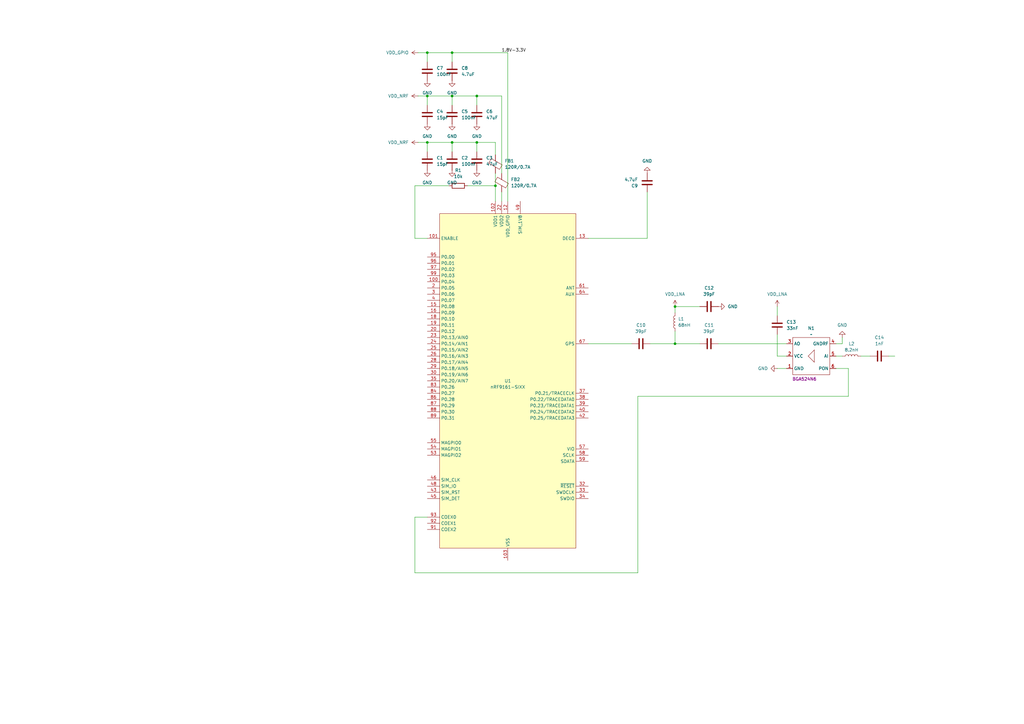
<source format=kicad_sch>
(kicad_sch
	(version 20231120)
	(generator "eeschema")
	(generator_version "8.0")
	(uuid "71a9764e-4d25-49ed-a09c-7741dd82fdeb")
	(paper "A3")
	(lib_symbols
		(symbol "Device:C"
			(pin_numbers hide)
			(pin_names
				(offset 0.254)
			)
			(exclude_from_sim no)
			(in_bom yes)
			(on_board yes)
			(property "Reference" "C"
				(at 0.635 2.54 0)
				(effects
					(font
						(size 1.27 1.27)
					)
					(justify left)
				)
			)
			(property "Value" "C"
				(at 0.635 -2.54 0)
				(effects
					(font
						(size 1.27 1.27)
					)
					(justify left)
				)
			)
			(property "Footprint" ""
				(at 0.9652 -3.81 0)
				(effects
					(font
						(size 1.27 1.27)
					)
					(hide yes)
				)
			)
			(property "Datasheet" "~"
				(at 0 0 0)
				(effects
					(font
						(size 1.27 1.27)
					)
					(hide yes)
				)
			)
			(property "Description" "Unpolarized capacitor"
				(at 0 0 0)
				(effects
					(font
						(size 1.27 1.27)
					)
					(hide yes)
				)
			)
			(property "ki_keywords" "cap capacitor"
				(at 0 0 0)
				(effects
					(font
						(size 1.27 1.27)
					)
					(hide yes)
				)
			)
			(property "ki_fp_filters" "C_*"
				(at 0 0 0)
				(effects
					(font
						(size 1.27 1.27)
					)
					(hide yes)
				)
			)
			(symbol "C_0_1"
				(polyline
					(pts
						(xy -2.032 -0.762) (xy 2.032 -0.762)
					)
					(stroke
						(width 0.508)
						(type default)
					)
					(fill
						(type none)
					)
				)
				(polyline
					(pts
						(xy -2.032 0.762) (xy 2.032 0.762)
					)
					(stroke
						(width 0.508)
						(type default)
					)
					(fill
						(type none)
					)
				)
			)
			(symbol "C_1_1"
				(pin passive line
					(at 0 3.81 270)
					(length 2.794)
					(name "~"
						(effects
							(font
								(size 1.27 1.27)
							)
						)
					)
					(number "1"
						(effects
							(font
								(size 1.27 1.27)
							)
						)
					)
				)
				(pin passive line
					(at 0 -3.81 90)
					(length 2.794)
					(name "~"
						(effects
							(font
								(size 1.27 1.27)
							)
						)
					)
					(number "2"
						(effects
							(font
								(size 1.27 1.27)
							)
						)
					)
				)
			)
		)
		(symbol "Device:FerriteBead"
			(pin_numbers hide)
			(pin_names
				(offset 0)
			)
			(exclude_from_sim no)
			(in_bom yes)
			(on_board yes)
			(property "Reference" "FB"
				(at -3.81 0.635 90)
				(effects
					(font
						(size 1.27 1.27)
					)
				)
			)
			(property "Value" "FerriteBead"
				(at 3.81 0 90)
				(effects
					(font
						(size 1.27 1.27)
					)
				)
			)
			(property "Footprint" ""
				(at -1.778 0 90)
				(effects
					(font
						(size 1.27 1.27)
					)
					(hide yes)
				)
			)
			(property "Datasheet" "~"
				(at 0 0 0)
				(effects
					(font
						(size 1.27 1.27)
					)
					(hide yes)
				)
			)
			(property "Description" "Ferrite bead"
				(at 0 0 0)
				(effects
					(font
						(size 1.27 1.27)
					)
					(hide yes)
				)
			)
			(property "ki_keywords" "L ferrite bead inductor filter"
				(at 0 0 0)
				(effects
					(font
						(size 1.27 1.27)
					)
					(hide yes)
				)
			)
			(property "ki_fp_filters" "Inductor_* L_* *Ferrite*"
				(at 0 0 0)
				(effects
					(font
						(size 1.27 1.27)
					)
					(hide yes)
				)
			)
			(symbol "FerriteBead_0_1"
				(polyline
					(pts
						(xy 0 -1.27) (xy 0 -1.2192)
					)
					(stroke
						(width 0)
						(type default)
					)
					(fill
						(type none)
					)
				)
				(polyline
					(pts
						(xy 0 1.27) (xy 0 1.2954)
					)
					(stroke
						(width 0)
						(type default)
					)
					(fill
						(type none)
					)
				)
				(polyline
					(pts
						(xy -2.7686 0.4064) (xy -1.7018 2.2606) (xy 2.7686 -0.3048) (xy 1.6764 -2.159) (xy -2.7686 0.4064)
					)
					(stroke
						(width 0)
						(type default)
					)
					(fill
						(type none)
					)
				)
			)
			(symbol "FerriteBead_1_1"
				(pin passive line
					(at 0 3.81 270)
					(length 2.54)
					(name "~"
						(effects
							(font
								(size 1.27 1.27)
							)
						)
					)
					(number "1"
						(effects
							(font
								(size 1.27 1.27)
							)
						)
					)
				)
				(pin passive line
					(at 0 -3.81 90)
					(length 2.54)
					(name "~"
						(effects
							(font
								(size 1.27 1.27)
							)
						)
					)
					(number "2"
						(effects
							(font
								(size 1.27 1.27)
							)
						)
					)
				)
			)
		)
		(symbol "Device:L"
			(pin_numbers hide)
			(pin_names
				(offset 1.016) hide)
			(exclude_from_sim no)
			(in_bom yes)
			(on_board yes)
			(property "Reference" "L"
				(at -1.27 0 90)
				(effects
					(font
						(size 1.27 1.27)
					)
				)
			)
			(property "Value" "L"
				(at 1.905 0 90)
				(effects
					(font
						(size 1.27 1.27)
					)
				)
			)
			(property "Footprint" ""
				(at 0 0 0)
				(effects
					(font
						(size 1.27 1.27)
					)
					(hide yes)
				)
			)
			(property "Datasheet" "~"
				(at 0 0 0)
				(effects
					(font
						(size 1.27 1.27)
					)
					(hide yes)
				)
			)
			(property "Description" "Inductor"
				(at 0 0 0)
				(effects
					(font
						(size 1.27 1.27)
					)
					(hide yes)
				)
			)
			(property "ki_keywords" "inductor choke coil reactor magnetic"
				(at 0 0 0)
				(effects
					(font
						(size 1.27 1.27)
					)
					(hide yes)
				)
			)
			(property "ki_fp_filters" "Choke_* *Coil* Inductor_* L_*"
				(at 0 0 0)
				(effects
					(font
						(size 1.27 1.27)
					)
					(hide yes)
				)
			)
			(symbol "L_0_1"
				(arc
					(start 0 -2.54)
					(mid 0.6323 -1.905)
					(end 0 -1.27)
					(stroke
						(width 0)
						(type default)
					)
					(fill
						(type none)
					)
				)
				(arc
					(start 0 -1.27)
					(mid 0.6323 -0.635)
					(end 0 0)
					(stroke
						(width 0)
						(type default)
					)
					(fill
						(type none)
					)
				)
				(arc
					(start 0 0)
					(mid 0.6323 0.635)
					(end 0 1.27)
					(stroke
						(width 0)
						(type default)
					)
					(fill
						(type none)
					)
				)
				(arc
					(start 0 1.27)
					(mid 0.6323 1.905)
					(end 0 2.54)
					(stroke
						(width 0)
						(type default)
					)
					(fill
						(type none)
					)
				)
			)
			(symbol "L_1_1"
				(pin passive line
					(at 0 3.81 270)
					(length 1.27)
					(name "1"
						(effects
							(font
								(size 1.27 1.27)
							)
						)
					)
					(number "1"
						(effects
							(font
								(size 1.27 1.27)
							)
						)
					)
				)
				(pin passive line
					(at 0 -3.81 90)
					(length 1.27)
					(name "2"
						(effects
							(font
								(size 1.27 1.27)
							)
						)
					)
					(number "2"
						(effects
							(font
								(size 1.27 1.27)
							)
						)
					)
				)
			)
		)
		(symbol "Device:R"
			(pin_numbers hide)
			(pin_names
				(offset 0)
			)
			(exclude_from_sim no)
			(in_bom yes)
			(on_board yes)
			(property "Reference" "R"
				(at 2.032 0 90)
				(effects
					(font
						(size 1.27 1.27)
					)
				)
			)
			(property "Value" "R"
				(at 0 0 90)
				(effects
					(font
						(size 1.27 1.27)
					)
				)
			)
			(property "Footprint" ""
				(at -1.778 0 90)
				(effects
					(font
						(size 1.27 1.27)
					)
					(hide yes)
				)
			)
			(property "Datasheet" "~"
				(at 0 0 0)
				(effects
					(font
						(size 1.27 1.27)
					)
					(hide yes)
				)
			)
			(property "Description" "Resistor"
				(at 0 0 0)
				(effects
					(font
						(size 1.27 1.27)
					)
					(hide yes)
				)
			)
			(property "ki_keywords" "R res resistor"
				(at 0 0 0)
				(effects
					(font
						(size 1.27 1.27)
					)
					(hide yes)
				)
			)
			(property "ki_fp_filters" "R_*"
				(at 0 0 0)
				(effects
					(font
						(size 1.27 1.27)
					)
					(hide yes)
				)
			)
			(symbol "R_0_1"
				(rectangle
					(start -1.016 -2.54)
					(end 1.016 2.54)
					(stroke
						(width 0.254)
						(type default)
					)
					(fill
						(type none)
					)
				)
			)
			(symbol "R_1_1"
				(pin passive line
					(at 0 3.81 270)
					(length 1.27)
					(name "~"
						(effects
							(font
								(size 1.27 1.27)
							)
						)
					)
					(number "1"
						(effects
							(font
								(size 1.27 1.27)
							)
						)
					)
				)
				(pin passive line
					(at 0 -3.81 90)
					(length 1.27)
					(name "~"
						(effects
							(font
								(size 1.27 1.27)
							)
						)
					)
					(number "2"
						(effects
							(font
								(size 1.27 1.27)
							)
						)
					)
				)
			)
		)
		(symbol "PCM_nordic-lib-kicad-nrf9:nRF9161-SIXX"
			(exclude_from_sim no)
			(in_bom yes)
			(on_board yes)
			(property "Reference" "U"
				(at 0 0 0)
				(do_not_autoplace)
				(effects
					(font
						(size 1.27 1.27)
					)
				)
			)
			(property "Value" "nRF9161-SIXX"
				(at 0 -2.54 0)
				(do_not_autoplace)
				(effects
					(font
						(size 1.27 1.27)
					)
				)
			)
			(property "Footprint" "PCM_nordic-lib-kicad-nrf9:LGA_9161_16.0x10.5mm"
				(at 0 45.72 0)
				(effects
					(font
						(size 1.27 1.27)
					)
					(hide yes)
				)
			)
			(property "Datasheet" "https://infocenter.nordicsemi.com/topic/ps_nrf9161/nRF9161_html5_keyfeatures.html"
				(at 0 45.72 0)
				(effects
					(font
						(size 1.27 1.27)
					)
					(hide yes)
				)
			)
			(property "Description" ""
				(at 0 0 0)
				(effects
					(font
						(size 1.27 1.27)
					)
					(hide yes)
				)
			)
			(symbol "nRF9161-SIXX_0_0"
				(pin bidirectional line
					(at -33.02 40.64 0)
					(length 5.08)
					(name "P0.04"
						(effects
							(font
								(size 1.27 1.27)
							)
						)
					)
					(number "100"
						(effects
							(font
								(size 1.27 1.27)
							)
						)
					)
				)
				(pin power_in line
					(at 0 -73.66 90)
					(length 5.08)
					(name "VSS"
						(effects
							(font
								(size 1.27 1.27)
							)
						)
					)
					(number "103"
						(effects
							(font
								(size 1.27 1.27)
							)
						)
					)
				)
				(pin power_in line
					(at 0 73.66 270)
					(length 5.08)
					(name "VDD_GPIO"
						(effects
							(font
								(size 1.27 1.27)
							)
						)
					)
					(number "12"
						(effects
							(font
								(size 1.27 1.27)
							)
						)
					)
				)
				(pin bidirectional line
					(at -33.02 30.48 0)
					(length 5.08)
					(name "P0.08"
						(effects
							(font
								(size 1.27 1.27)
							)
						)
					)
					(number "15"
						(effects
							(font
								(size 1.27 1.27)
							)
						)
					)
				)
				(pin bidirectional line
					(at -33.02 27.94 0)
					(length 5.08)
					(name "P0.09"
						(effects
							(font
								(size 1.27 1.27)
							)
						)
					)
					(number "16"
						(effects
							(font
								(size 1.27 1.27)
							)
						)
					)
				)
				(pin bidirectional line
					(at -33.02 25.4 0)
					(length 5.08)
					(name "P0.10"
						(effects
							(font
								(size 1.27 1.27)
							)
						)
					)
					(number "18"
						(effects
							(font
								(size 1.27 1.27)
							)
						)
					)
				)
				(pin bidirectional line
					(at -33.02 22.86 0)
					(length 5.08)
					(name "P0.11"
						(effects
							(font
								(size 1.27 1.27)
							)
						)
					)
					(number "19"
						(effects
							(font
								(size 1.27 1.27)
							)
						)
					)
				)
				(pin bidirectional line
					(at -33.02 38.1 0)
					(length 5.08)
					(name "P0.05"
						(effects
							(font
								(size 1.27 1.27)
							)
						)
					)
					(number "2"
						(effects
							(font
								(size 1.27 1.27)
							)
						)
					)
				)
				(pin bidirectional line
					(at -33.02 20.32 0)
					(length 5.08)
					(name "P0.12"
						(effects
							(font
								(size 1.27 1.27)
							)
						)
					)
					(number "20"
						(effects
							(font
								(size 1.27 1.27)
							)
						)
					)
				)
				(pin power_in line
					(at -2.54 73.66 270)
					(length 5.08)
					(name "VDD2"
						(effects
							(font
								(size 1.27 1.27)
							)
						)
					)
					(number "22"
						(effects
							(font
								(size 1.27 1.27)
							)
						)
					)
				)
				(pin bidirectional line
					(at -33.02 17.78 0)
					(length 5.08)
					(name "P0.13/AIN0"
						(effects
							(font
								(size 1.27 1.27)
							)
						)
					)
					(number "23"
						(effects
							(font
								(size 1.27 1.27)
							)
						)
					)
				)
				(pin bidirectional line
					(at -33.02 15.24 0)
					(length 5.08)
					(name "P0.14/AIN1"
						(effects
							(font
								(size 1.27 1.27)
							)
						)
					)
					(number "24"
						(effects
							(font
								(size 1.27 1.27)
							)
						)
					)
				)
				(pin bidirectional line
					(at -33.02 12.7 0)
					(length 5.08)
					(name "P0.15/AIN2"
						(effects
							(font
								(size 1.27 1.27)
							)
						)
					)
					(number "25"
						(effects
							(font
								(size 1.27 1.27)
							)
						)
					)
				)
				(pin bidirectional line
					(at -33.02 10.16 0)
					(length 5.08)
					(name "P0.16/AIN3"
						(effects
							(font
								(size 1.27 1.27)
							)
						)
					)
					(number "26"
						(effects
							(font
								(size 1.27 1.27)
							)
						)
					)
				)
				(pin bidirectional line
					(at -33.02 7.62 0)
					(length 5.08)
					(name "P0.17/AIN4"
						(effects
							(font
								(size 1.27 1.27)
							)
						)
					)
					(number "28"
						(effects
							(font
								(size 1.27 1.27)
							)
						)
					)
				)
				(pin bidirectional line
					(at -33.02 5.08 0)
					(length 5.08)
					(name "P0.18/AIN5"
						(effects
							(font
								(size 1.27 1.27)
							)
						)
					)
					(number "29"
						(effects
							(font
								(size 1.27 1.27)
							)
						)
					)
				)
				(pin bidirectional line
					(at -33.02 35.56 0)
					(length 5.08)
					(name "P0.06"
						(effects
							(font
								(size 1.27 1.27)
							)
						)
					)
					(number "3"
						(effects
							(font
								(size 1.27 1.27)
							)
						)
					)
				)
				(pin bidirectional line
					(at -33.02 2.54 0)
					(length 5.08)
					(name "P0.19/AIN6"
						(effects
							(font
								(size 1.27 1.27)
							)
						)
					)
					(number "30"
						(effects
							(font
								(size 1.27 1.27)
							)
						)
					)
				)
				(pin bidirectional line
					(at 33.02 -45.72 180)
					(length 5.08)
					(name "SWDCLK"
						(effects
							(font
								(size 1.27 1.27)
							)
						)
					)
					(number "33"
						(effects
							(font
								(size 1.27 1.27)
							)
						)
					)
				)
				(pin bidirectional line
					(at 33.02 -48.26 180)
					(length 5.08)
					(name "SWDIO"
						(effects
							(font
								(size 1.27 1.27)
							)
						)
					)
					(number "34"
						(effects
							(font
								(size 1.27 1.27)
							)
						)
					)
				)
				(pin bidirectional line
					(at -33.02 0 0)
					(length 5.08)
					(name "P0.20/AIN7"
						(effects
							(font
								(size 1.27 1.27)
							)
						)
					)
					(number "35"
						(effects
							(font
								(size 1.27 1.27)
							)
						)
					)
				)
				(pin bidirectional line
					(at 33.02 -5.08 180)
					(length 5.08)
					(name "P0.21/TRACECLK"
						(effects
							(font
								(size 1.27 1.27)
							)
						)
					)
					(number "37"
						(effects
							(font
								(size 1.27 1.27)
							)
						)
					)
				)
				(pin bidirectional line
					(at 33.02 -7.62 180)
					(length 5.08)
					(name "P0.22/TRACEDATA0"
						(effects
							(font
								(size 1.27 1.27)
							)
						)
					)
					(number "38"
						(effects
							(font
								(size 1.27 1.27)
							)
						)
					)
				)
				(pin bidirectional line
					(at 33.02 -10.16 180)
					(length 5.08)
					(name "P0.23/TRACEDATA1"
						(effects
							(font
								(size 1.27 1.27)
							)
						)
					)
					(number "39"
						(effects
							(font
								(size 1.27 1.27)
							)
						)
					)
				)
				(pin bidirectional line
					(at -33.02 33.02 0)
					(length 5.08)
					(name "P0.07"
						(effects
							(font
								(size 1.27 1.27)
							)
						)
					)
					(number "4"
						(effects
							(font
								(size 1.27 1.27)
							)
						)
					)
				)
				(pin bidirectional line
					(at 33.02 -12.7 180)
					(length 5.08)
					(name "P0.24/TRACEDATA2"
						(effects
							(font
								(size 1.27 1.27)
							)
						)
					)
					(number "40"
						(effects
							(font
								(size 1.27 1.27)
							)
						)
					)
				)
				(pin bidirectional line
					(at 33.02 -15.24 180)
					(length 5.08)
					(name "P0.25/TRACEDATA3"
						(effects
							(font
								(size 1.27 1.27)
							)
						)
					)
					(number "42"
						(effects
							(font
								(size 1.27 1.27)
							)
						)
					)
				)
				(pin bidirectional line
					(at -33.02 -45.72 0)
					(length 5.08)
					(name "SIM_RST"
						(effects
							(font
								(size 1.27 1.27)
							)
						)
					)
					(number "43"
						(effects
							(font
								(size 1.27 1.27)
							)
						)
					)
				)
				(pin bidirectional line
					(at -33.02 -48.26 0)
					(length 5.08)
					(name "SIM_DET"
						(effects
							(font
								(size 1.27 1.27)
							)
						)
					)
					(number "45"
						(effects
							(font
								(size 1.27 1.27)
							)
						)
					)
				)
				(pin bidirectional line
					(at -33.02 -40.64 0)
					(length 5.08)
					(name "SIM_CLK"
						(effects
							(font
								(size 1.27 1.27)
							)
						)
					)
					(number "46"
						(effects
							(font
								(size 1.27 1.27)
							)
						)
					)
				)
				(pin bidirectional line
					(at -33.02 -43.18 0)
					(length 5.08)
					(name "SIM_IO"
						(effects
							(font
								(size 1.27 1.27)
							)
						)
					)
					(number "48"
						(effects
							(font
								(size 1.27 1.27)
							)
						)
					)
				)
				(pin power_in line
					(at 5.08 73.66 270)
					(length 5.08)
					(name "SIM_1V8"
						(effects
							(font
								(size 1.27 1.27)
							)
						)
					)
					(number "49"
						(effects
							(font
								(size 1.27 1.27)
							)
						)
					)
				)
				(pin bidirectional line
					(at -33.02 -30.48 0)
					(length 5.08)
					(name "MAGPIO2"
						(effects
							(font
								(size 1.27 1.27)
							)
						)
					)
					(number "53"
						(effects
							(font
								(size 1.27 1.27)
							)
						)
					)
				)
				(pin bidirectional line
					(at -33.02 -27.94 0)
					(length 5.08)
					(name "MAGPIO1"
						(effects
							(font
								(size 1.27 1.27)
							)
						)
					)
					(number "54"
						(effects
							(font
								(size 1.27 1.27)
							)
						)
					)
				)
				(pin bidirectional line
					(at -33.02 -25.4 0)
					(length 5.08)
					(name "MAGPIO0"
						(effects
							(font
								(size 1.27 1.27)
							)
						)
					)
					(number "55"
						(effects
							(font
								(size 1.27 1.27)
							)
						)
					)
				)
				(pin bidirectional line
					(at 33.02 -30.48 180)
					(length 5.08)
					(name "SCLK"
						(effects
							(font
								(size 1.27 1.27)
							)
						)
					)
					(number "58"
						(effects
							(font
								(size 1.27 1.27)
							)
						)
					)
				)
				(pin bidirectional line
					(at 33.02 -33.02 180)
					(length 5.08)
					(name "SDATA"
						(effects
							(font
								(size 1.27 1.27)
							)
						)
					)
					(number "59"
						(effects
							(font
								(size 1.27 1.27)
							)
						)
					)
				)
				(pin bidirectional line
					(at 33.02 38.1 180)
					(length 5.08)
					(name "ANT"
						(effects
							(font
								(size 1.27 1.27)
							)
						)
					)
					(number "61"
						(effects
							(font
								(size 1.27 1.27)
							)
						)
					)
				)
				(pin bidirectional line
					(at 33.02 35.56 180)
					(length 5.08)
					(name "AUX"
						(effects
							(font
								(size 1.27 1.27)
							)
						)
					)
					(number "64"
						(effects
							(font
								(size 1.27 1.27)
							)
						)
					)
				)
				(pin bidirectional line
					(at -33.02 -2.54 0)
					(length 5.08)
					(name "P0.26"
						(effects
							(font
								(size 1.27 1.27)
							)
						)
					)
					(number "83"
						(effects
							(font
								(size 1.27 1.27)
							)
						)
					)
				)
				(pin bidirectional line
					(at -33.02 -5.08 0)
					(length 5.08)
					(name "P0.27"
						(effects
							(font
								(size 1.27 1.27)
							)
						)
					)
					(number "84"
						(effects
							(font
								(size 1.27 1.27)
							)
						)
					)
				)
				(pin bidirectional line
					(at -33.02 -7.62 0)
					(length 5.08)
					(name "P0.28"
						(effects
							(font
								(size 1.27 1.27)
							)
						)
					)
					(number "86"
						(effects
							(font
								(size 1.27 1.27)
							)
						)
					)
				)
				(pin bidirectional line
					(at -33.02 -10.16 0)
					(length 5.08)
					(name "P0.29"
						(effects
							(font
								(size 1.27 1.27)
							)
						)
					)
					(number "87"
						(effects
							(font
								(size 1.27 1.27)
							)
						)
					)
				)
				(pin bidirectional line
					(at -33.02 -12.7 0)
					(length 5.08)
					(name "P0.30"
						(effects
							(font
								(size 1.27 1.27)
							)
						)
					)
					(number "88"
						(effects
							(font
								(size 1.27 1.27)
							)
						)
					)
				)
				(pin bidirectional line
					(at -33.02 -15.24 0)
					(length 5.08)
					(name "P0.31"
						(effects
							(font
								(size 1.27 1.27)
							)
						)
					)
					(number "89"
						(effects
							(font
								(size 1.27 1.27)
							)
						)
					)
				)
				(pin bidirectional line
					(at -33.02 -60.96 0)
					(length 5.08)
					(name "COEX2"
						(effects
							(font
								(size 1.27 1.27)
							)
						)
					)
					(number "91"
						(effects
							(font
								(size 1.27 1.27)
							)
						)
					)
				)
				(pin bidirectional line
					(at -33.02 -58.42 0)
					(length 5.08)
					(name "COEX1"
						(effects
							(font
								(size 1.27 1.27)
							)
						)
					)
					(number "92"
						(effects
							(font
								(size 1.27 1.27)
							)
						)
					)
				)
				(pin bidirectional line
					(at -33.02 -55.88 0)
					(length 5.08)
					(name "COEX0"
						(effects
							(font
								(size 1.27 1.27)
							)
						)
					)
					(number "93"
						(effects
							(font
								(size 1.27 1.27)
							)
						)
					)
				)
				(pin bidirectional line
					(at -33.02 50.8 0)
					(length 5.08)
					(name "P0.00"
						(effects
							(font
								(size 1.27 1.27)
							)
						)
					)
					(number "95"
						(effects
							(font
								(size 1.27 1.27)
							)
						)
					)
				)
				(pin bidirectional line
					(at -33.02 48.26 0)
					(length 5.08)
					(name "P0.01"
						(effects
							(font
								(size 1.27 1.27)
							)
						)
					)
					(number "96"
						(effects
							(font
								(size 1.27 1.27)
							)
						)
					)
				)
				(pin bidirectional line
					(at -33.02 45.72 0)
					(length 5.08)
					(name "P0.02"
						(effects
							(font
								(size 1.27 1.27)
							)
						)
					)
					(number "97"
						(effects
							(font
								(size 1.27 1.27)
							)
						)
					)
				)
				(pin bidirectional line
					(at -33.02 43.18 0)
					(length 5.08)
					(name "P0.03"
						(effects
							(font
								(size 1.27 1.27)
							)
						)
					)
					(number "99"
						(effects
							(font
								(size 1.27 1.27)
							)
						)
					)
				)
			)
			(symbol "nRF9161-SIXX_1_0"
				(pin passive line
					(at 0 -73.66 90)
					(length 5.08) hide
					(name "GND_Shield"
						(effects
							(font
								(size 1.27 1.27)
							)
						)
					)
					(number "1"
						(effects
							(font
								(size 1.27 1.27)
							)
						)
					)
				)
				(pin no_connect line
					(at 20.32 -68.58 90)
					(length 5.08) hide
					(name "NC"
						(effects
							(font
								(size 1.27 1.27)
							)
						)
					)
					(number "10"
						(effects
							(font
								(size 1.27 1.27)
							)
						)
					)
				)
				(pin input line
					(at -33.02 58.42 0)
					(length 5.08)
					(name "ENABLE"
						(effects
							(font
								(size 1.27 1.27)
							)
						)
					)
					(number "101"
						(effects
							(font
								(size 1.27 1.27)
							)
						)
					)
				)
				(pin power_in line
					(at -5.08 73.66 270)
					(length 5.08)
					(name "VDD1"
						(effects
							(font
								(size 1.27 1.27)
							)
						)
					)
					(number "102"
						(effects
							(font
								(size 1.27 1.27)
							)
						)
					)
				)
				(pin no_connect line
					(at 2.54 -68.58 90)
					(length 5.08) hide
					(name "NC"
						(effects
							(font
								(size 1.27 1.27)
							)
						)
					)
					(number "104"
						(effects
							(font
								(size 1.27 1.27)
							)
						)
					)
				)
				(pin no_connect line
					(at 27.94 -53.34 180)
					(length 5.08) hide
					(name "NC"
						(effects
							(font
								(size 1.27 1.27)
							)
						)
					)
					(number "105"
						(effects
							(font
								(size 1.27 1.27)
							)
						)
					)
				)
				(pin no_connect line
					(at -20.32 -68.58 90)
					(length 5.08) hide
					(name "NC"
						(effects
							(font
								(size 1.27 1.27)
							)
						)
					)
					(number "106"
						(effects
							(font
								(size 1.27 1.27)
							)
						)
					)
				)
				(pin no_connect line
					(at -15.24 -68.58 90)
					(length 5.08) hide
					(name "NC"
						(effects
							(font
								(size 1.27 1.27)
							)
						)
					)
					(number "107"
						(effects
							(font
								(size 1.27 1.27)
							)
						)
					)
				)
				(pin no_connect line
					(at -12.7 -68.58 90)
					(length 5.08) hide
					(name "NC"
						(effects
							(font
								(size 1.27 1.27)
							)
						)
					)
					(number "108"
						(effects
							(font
								(size 1.27 1.27)
							)
						)
					)
				)
				(pin no_connect line
					(at 22.86 -68.58 90)
					(length 5.08) hide
					(name "NC"
						(effects
							(font
								(size 1.27 1.27)
							)
						)
					)
					(number "109"
						(effects
							(font
								(size 1.27 1.27)
							)
						)
					)
				)
				(pin passive line
					(at 0 -73.66 90)
					(length 5.08) hide
					(name "GND_Shield"
						(effects
							(font
								(size 1.27 1.27)
							)
						)
					)
					(number "11"
						(effects
							(font
								(size 1.27 1.27)
							)
						)
					)
				)
				(pin no_connect line
					(at 15.24 -68.58 90)
					(length 5.08) hide
					(name "NC"
						(effects
							(font
								(size 1.27 1.27)
							)
						)
					)
					(number "110"
						(effects
							(font
								(size 1.27 1.27)
							)
						)
					)
				)
				(pin no_connect line
					(at 7.62 -68.58 90)
					(length 5.08) hide
					(name "NC"
						(effects
							(font
								(size 1.27 1.27)
							)
						)
					)
					(number "111"
						(effects
							(font
								(size 1.27 1.27)
							)
						)
					)
				)
				(pin no_connect line
					(at 27.94 -22.86 180)
					(length 5.08) hide
					(name "NC"
						(effects
							(font
								(size 1.27 1.27)
							)
						)
					)
					(number "112"
						(effects
							(font
								(size 1.27 1.27)
							)
						)
					)
				)
				(pin no_connect line
					(at 27.94 -50.8 180)
					(length 5.08) hide
					(name "NC"
						(effects
							(font
								(size 1.27 1.27)
							)
						)
					)
					(number "113"
						(effects
							(font
								(size 1.27 1.27)
							)
						)
					)
				)
				(pin no_connect line
					(at -22.86 -68.58 90)
					(length 5.08) hide
					(name "NC"
						(effects
							(font
								(size 1.27 1.27)
							)
						)
					)
					(number "114"
						(effects
							(font
								(size 1.27 1.27)
							)
						)
					)
				)
				(pin no_connect line
					(at -27.94 -50.8 0)
					(length 5.08) hide
					(name "NC"
						(effects
							(font
								(size 1.27 1.27)
							)
						)
					)
					(number "115"
						(effects
							(font
								(size 1.27 1.27)
							)
						)
					)
				)
				(pin no_connect line
					(at 27.94 -40.64 180)
					(length 5.08) hide
					(name "NC"
						(effects
							(font
								(size 1.27 1.27)
							)
						)
					)
					(number "116"
						(effects
							(font
								(size 1.27 1.27)
							)
						)
					)
				)
				(pin no_connect line
					(at -25.4 -68.58 90)
					(length 5.08) hide
					(name "NC"
						(effects
							(font
								(size 1.27 1.27)
							)
						)
					)
					(number "117"
						(effects
							(font
								(size 1.27 1.27)
							)
						)
					)
				)
				(pin no_connect line
					(at -17.78 -68.58 90)
					(length 5.08) hide
					(name "NC"
						(effects
							(font
								(size 1.27 1.27)
							)
						)
					)
					(number "118"
						(effects
							(font
								(size 1.27 1.27)
							)
						)
					)
				)
				(pin no_connect line
					(at -5.08 -68.58 90)
					(length 5.08) hide
					(name "NC"
						(effects
							(font
								(size 1.27 1.27)
							)
						)
					)
					(number "119"
						(effects
							(font
								(size 1.27 1.27)
							)
						)
					)
				)
				(pin no_connect line
					(at 25.4 -68.58 90)
					(length 5.08) hide
					(name "NC"
						(effects
							(font
								(size 1.27 1.27)
							)
						)
					)
					(number "120"
						(effects
							(font
								(size 1.27 1.27)
							)
						)
					)
				)
				(pin no_connect line
					(at 17.78 -68.58 90)
					(length 5.08) hide
					(name "NC"
						(effects
							(font
								(size 1.27 1.27)
							)
						)
					)
					(number "121"
						(effects
							(font
								(size 1.27 1.27)
							)
						)
					)
				)
				(pin no_connect line
					(at 5.08 -68.58 90)
					(length 5.08) hide
					(name "NC"
						(effects
							(font
								(size 1.27 1.27)
							)
						)
					)
					(number "122"
						(effects
							(font
								(size 1.27 1.27)
							)
						)
					)
				)
				(pin no_connect line
					(at 27.94 -35.56 180)
					(length 5.08) hide
					(name "NC"
						(effects
							(font
								(size 1.27 1.27)
							)
						)
					)
					(number "123"
						(effects
							(font
								(size 1.27 1.27)
							)
						)
					)
				)
				(pin no_connect line
					(at 27.94 -38.1 180)
					(length 5.08) hide
					(name "NC"
						(effects
							(font
								(size 1.27 1.27)
							)
						)
					)
					(number "124"
						(effects
							(font
								(size 1.27 1.27)
							)
						)
					)
				)
				(pin no_connect line
					(at -27.94 -53.34 0)
					(length 5.08) hide
					(name "NC"
						(effects
							(font
								(size 1.27 1.27)
							)
						)
					)
					(number "125"
						(effects
							(font
								(size 1.27 1.27)
							)
						)
					)
				)
				(pin no_connect line
					(at 27.94 -55.88 180)
					(length 5.08) hide
					(name "NC"
						(effects
							(font
								(size 1.27 1.27)
							)
						)
					)
					(number "126"
						(effects
							(font
								(size 1.27 1.27)
							)
						)
					)
				)
				(pin no_connect line
					(at -10.16 -68.58 90)
					(length 5.08) hide
					(name "NC"
						(effects
							(font
								(size 1.27 1.27)
							)
						)
					)
					(number "127"
						(effects
							(font
								(size 1.27 1.27)
							)
						)
					)
				)
				(pin passive line
					(at 33.02 58.42 180)
					(length 5.08)
					(name "DEC0"
						(effects
							(font
								(size 1.27 1.27)
							)
						)
					)
					(number "13"
						(effects
							(font
								(size 1.27 1.27)
							)
						)
					)
				)
				(pin passive line
					(at 0 -73.66 90)
					(length 5.08) hide
					(name "GND_Shield"
						(effects
							(font
								(size 1.27 1.27)
							)
						)
					)
					(number "14"
						(effects
							(font
								(size 1.27 1.27)
							)
						)
					)
				)
				(pin passive line
					(at 0 -73.66 90)
					(length 5.08) hide
					(name "GND_Shield"
						(effects
							(font
								(size 1.27 1.27)
							)
						)
					)
					(number "17"
						(effects
							(font
								(size 1.27 1.27)
							)
						)
					)
				)
				(pin passive line
					(at 0 -73.66 90)
					(length 5.08) hide
					(name "GND_Shield"
						(effects
							(font
								(size 1.27 1.27)
							)
						)
					)
					(number "21"
						(effects
							(font
								(size 1.27 1.27)
							)
						)
					)
				)
				(pin passive line
					(at 0 -73.66 90)
					(length 5.08) hide
					(name "GND_Shield"
						(effects
							(font
								(size 1.27 1.27)
							)
						)
					)
					(number "27"
						(effects
							(font
								(size 1.27 1.27)
							)
						)
					)
				)
				(pin passive line
					(at 0 -73.66 90)
					(length 5.08) hide
					(name "GND_Shield"
						(effects
							(font
								(size 1.27 1.27)
							)
						)
					)
					(number "31"
						(effects
							(font
								(size 1.27 1.27)
							)
						)
					)
				)
				(pin input line
					(at 33.02 -43.18 180)
					(length 5.08)
					(name "~{RESET}"
						(effects
							(font
								(size 1.27 1.27)
							)
						)
					)
					(number "32"
						(effects
							(font
								(size 1.27 1.27)
							)
						)
					)
				)
				(pin passive line
					(at 0 -73.66 90)
					(length 5.08) hide
					(name "GND_Shield"
						(effects
							(font
								(size 1.27 1.27)
							)
						)
					)
					(number "36"
						(effects
							(font
								(size 1.27 1.27)
							)
						)
					)
				)
				(pin passive line
					(at 0 -73.66 90)
					(length 5.08) hide
					(name "GND_Shield"
						(effects
							(font
								(size 1.27 1.27)
							)
						)
					)
					(number "41"
						(effects
							(font
								(size 1.27 1.27)
							)
						)
					)
				)
				(pin passive line
					(at 0 -73.66 90)
					(length 5.08) hide
					(name "GND_Shield"
						(effects
							(font
								(size 1.27 1.27)
							)
						)
					)
					(number "44"
						(effects
							(font
								(size 1.27 1.27)
							)
						)
					)
				)
				(pin passive line
					(at 0 -73.66 90)
					(length 5.08) hide
					(name "GND_Shield"
						(effects
							(font
								(size 1.27 1.27)
							)
						)
					)
					(number "47"
						(effects
							(font
								(size 1.27 1.27)
							)
						)
					)
				)
				(pin passive line
					(at 0 -73.66 90)
					(length 5.08) hide
					(name "GND_Shield"
						(effects
							(font
								(size 1.27 1.27)
							)
						)
					)
					(number "5"
						(effects
							(font
								(size 1.27 1.27)
							)
						)
					)
				)
				(pin passive line
					(at 0 -73.66 90)
					(length 5.08) hide
					(name "GND_Shield"
						(effects
							(font
								(size 1.27 1.27)
							)
						)
					)
					(number "50"
						(effects
							(font
								(size 1.27 1.27)
							)
						)
					)
				)
				(pin no_connect line
					(at 10.16 -68.58 90)
					(length 5.08) hide
					(name "NC"
						(effects
							(font
								(size 1.27 1.27)
							)
						)
					)
					(number "51"
						(effects
							(font
								(size 1.27 1.27)
							)
						)
					)
				)
				(pin passive line
					(at 0 -73.66 90)
					(length 5.08) hide
					(name "GND_Shield"
						(effects
							(font
								(size 1.27 1.27)
							)
						)
					)
					(number "52"
						(effects
							(font
								(size 1.27 1.27)
							)
						)
					)
				)
				(pin passive line
					(at 0 -73.66 90)
					(length 5.08) hide
					(name "GND_Shield"
						(effects
							(font
								(size 1.27 1.27)
							)
						)
					)
					(number "56"
						(effects
							(font
								(size 1.27 1.27)
							)
						)
					)
				)
				(pin power_in line
					(at 33.02 -27.94 180)
					(length 5.08)
					(name "VIO"
						(effects
							(font
								(size 1.27 1.27)
							)
						)
					)
					(number "57"
						(effects
							(font
								(size 1.27 1.27)
							)
						)
					)
				)
				(pin passive line
					(at 0 -73.66 90)
					(length 5.08) hide
					(name "GND_Shield"
						(effects
							(font
								(size 1.27 1.27)
							)
						)
					)
					(number "6"
						(effects
							(font
								(size 1.27 1.27)
							)
						)
					)
				)
				(pin passive line
					(at 0 -73.66 90)
					(length 5.08) hide
					(name "GND_Shield"
						(effects
							(font
								(size 1.27 1.27)
							)
						)
					)
					(number "60"
						(effects
							(font
								(size 1.27 1.27)
							)
						)
					)
				)
				(pin passive line
					(at 0 -73.66 90)
					(length 5.08) hide
					(name "GND_Shield"
						(effects
							(font
								(size 1.27 1.27)
							)
						)
					)
					(number "62"
						(effects
							(font
								(size 1.27 1.27)
							)
						)
					)
				)
				(pin passive line
					(at 0 -73.66 90)
					(length 5.08) hide
					(name "GND_Shield"
						(effects
							(font
								(size 1.27 1.27)
							)
						)
					)
					(number "63"
						(effects
							(font
								(size 1.27 1.27)
							)
						)
					)
				)
				(pin passive line
					(at 0 -73.66 90)
					(length 5.08) hide
					(name "GND_Shield"
						(effects
							(font
								(size 1.27 1.27)
							)
						)
					)
					(number "65"
						(effects
							(font
								(size 1.27 1.27)
							)
						)
					)
				)
				(pin passive line
					(at 0 -73.66 90)
					(length 5.08) hide
					(name "GND_Shield"
						(effects
							(font
								(size 1.27 1.27)
							)
						)
					)
					(number "66"
						(effects
							(font
								(size 1.27 1.27)
							)
						)
					)
				)
				(pin input line
					(at 33.02 15.24 180)
					(length 5.08)
					(name "GPS"
						(effects
							(font
								(size 1.27 1.27)
							)
						)
					)
					(number "67"
						(effects
							(font
								(size 1.27 1.27)
							)
						)
					)
				)
				(pin passive line
					(at 0 -73.66 90)
					(length 5.08) hide
					(name "GND_Shield"
						(effects
							(font
								(size 1.27 1.27)
							)
						)
					)
					(number "68"
						(effects
							(font
								(size 1.27 1.27)
							)
						)
					)
				)
				(pin passive line
					(at 0 -73.66 90)
					(length 5.08) hide
					(name "GND_Shield"
						(effects
							(font
								(size 1.27 1.27)
							)
						)
					)
					(number "69"
						(effects
							(font
								(size 1.27 1.27)
							)
						)
					)
				)
				(pin passive line
					(at 0 -73.66 90)
					(length 5.08) hide
					(name "GND_Shield"
						(effects
							(font
								(size 1.27 1.27)
							)
						)
					)
					(number "7"
						(effects
							(font
								(size 1.27 1.27)
							)
						)
					)
				)
				(pin no_connect line
					(at -7.62 -68.58 90)
					(length 5.08) hide
					(name "NC"
						(effects
							(font
								(size 1.27 1.27)
							)
						)
					)
					(number "70"
						(effects
							(font
								(size 1.27 1.27)
							)
						)
					)
				)
				(pin no_connect line
					(at -2.54 -68.58 90)
					(length 5.08) hide
					(name "NC"
						(effects
							(font
								(size 1.27 1.27)
							)
						)
					)
					(number "71"
						(effects
							(font
								(size 1.27 1.27)
							)
						)
					)
				)
				(pin passive line
					(at 0 -73.66 90)
					(length 5.08) hide
					(name "GND_Shield"
						(effects
							(font
								(size 1.27 1.27)
							)
						)
					)
					(number "72"
						(effects
							(font
								(size 1.27 1.27)
							)
						)
					)
				)
				(pin no_connect line
					(at 12.7 -68.58 90)
					(length 5.08) hide
					(name "NC"
						(effects
							(font
								(size 1.27 1.27)
							)
						)
					)
					(number "73"
						(effects
							(font
								(size 1.27 1.27)
							)
						)
					)
				)
				(pin passive line
					(at 0 -73.66 90)
					(length 5.08) hide
					(name "GND_Shield"
						(effects
							(font
								(size 1.27 1.27)
							)
						)
					)
					(number "74"
						(effects
							(font
								(size 1.27 1.27)
							)
						)
					)
				)
				(pin passive line
					(at 0 -73.66 90)
					(length 5.08) hide
					(name "GND_Shield"
						(effects
							(font
								(size 1.27 1.27)
							)
						)
					)
					(number "75"
						(effects
							(font
								(size 1.27 1.27)
							)
						)
					)
				)
				(pin passive line
					(at 0 -73.66 90)
					(length 5.08) hide
					(name "GND_Shield"
						(effects
							(font
								(size 1.27 1.27)
							)
						)
					)
					(number "76"
						(effects
							(font
								(size 1.27 1.27)
							)
						)
					)
				)
				(pin passive line
					(at 0 -73.66 90)
					(length 5.08) hide
					(name "GND_Shield"
						(effects
							(font
								(size 1.27 1.27)
							)
						)
					)
					(number "77"
						(effects
							(font
								(size 1.27 1.27)
							)
						)
					)
				)
				(pin passive line
					(at 0 -73.66 90)
					(length 5.08) hide
					(name "GND_Shield"
						(effects
							(font
								(size 1.27 1.27)
							)
						)
					)
					(number "78"
						(effects
							(font
								(size 1.27 1.27)
							)
						)
					)
				)
				(pin passive line
					(at 0 -73.66 90)
					(length 5.08) hide
					(name "GND_Shield"
						(effects
							(font
								(size 1.27 1.27)
							)
						)
					)
					(number "79"
						(effects
							(font
								(size 1.27 1.27)
							)
						)
					)
				)
				(pin passive line
					(at 0 -73.66 90)
					(length 5.08) hide
					(name "GND_Shield"
						(effects
							(font
								(size 1.27 1.27)
							)
						)
					)
					(number "8"
						(effects
							(font
								(size 1.27 1.27)
							)
						)
					)
				)
				(pin passive line
					(at 0 -73.66 90)
					(length 5.08) hide
					(name "GND_Shield"
						(effects
							(font
								(size 1.27 1.27)
							)
						)
					)
					(number "80"
						(effects
							(font
								(size 1.27 1.27)
							)
						)
					)
				)
				(pin passive line
					(at 0 -73.66 90)
					(length 5.08) hide
					(name "GND_Shield"
						(effects
							(font
								(size 1.27 1.27)
							)
						)
					)
					(number "81"
						(effects
							(font
								(size 1.27 1.27)
							)
						)
					)
				)
				(pin passive line
					(at 0 -73.66 90)
					(length 5.08) hide
					(name "GND_Shield"
						(effects
							(font
								(size 1.27 1.27)
							)
						)
					)
					(number "82"
						(effects
							(font
								(size 1.27 1.27)
							)
						)
					)
				)
				(pin passive line
					(at 0 -73.66 90)
					(length 5.08) hide
					(name "GND_Shield"
						(effects
							(font
								(size 1.27 1.27)
							)
						)
					)
					(number "85"
						(effects
							(font
								(size 1.27 1.27)
							)
						)
					)
				)
				(pin passive line
					(at 0 -73.66 90)
					(length 5.08) hide
					(name "GND_Shield"
						(effects
							(font
								(size 1.27 1.27)
							)
						)
					)
					(number "9"
						(effects
							(font
								(size 1.27 1.27)
							)
						)
					)
				)
				(pin passive line
					(at 0 -73.66 90)
					(length 5.08) hide
					(name "GND_Shield"
						(effects
							(font
								(size 1.27 1.27)
							)
						)
					)
					(number "90"
						(effects
							(font
								(size 1.27 1.27)
							)
						)
					)
				)
				(pin passive line
					(at 0 -73.66 90)
					(length 5.08) hide
					(name "GND_Shield"
						(effects
							(font
								(size 1.27 1.27)
							)
						)
					)
					(number "94"
						(effects
							(font
								(size 1.27 1.27)
							)
						)
					)
				)
				(pin passive line
					(at 0 -73.66 90)
					(length 5.08) hide
					(name "GND_Shield"
						(effects
							(font
								(size 1.27 1.27)
							)
						)
					)
					(number "98"
						(effects
							(font
								(size 1.27 1.27)
							)
						)
					)
				)
			)
			(symbol "nRF9161-SIXX_1_1"
				(rectangle
					(start -27.94 68.58)
					(end 27.94 -68.58)
					(stroke
						(width 0)
						(type default)
					)
					(fill
						(type background)
					)
				)
			)
		)
		(symbol "power:GND"
			(power)
			(pin_numbers hide)
			(pin_names
				(offset 0) hide)
			(exclude_from_sim no)
			(in_bom yes)
			(on_board yes)
			(property "Reference" "#PWR"
				(at 0 -6.35 0)
				(effects
					(font
						(size 1.27 1.27)
					)
					(hide yes)
				)
			)
			(property "Value" "GND"
				(at 0 -3.81 0)
				(effects
					(font
						(size 1.27 1.27)
					)
				)
			)
			(property "Footprint" ""
				(at 0 0 0)
				(effects
					(font
						(size 1.27 1.27)
					)
					(hide yes)
				)
			)
			(property "Datasheet" ""
				(at 0 0 0)
				(effects
					(font
						(size 1.27 1.27)
					)
					(hide yes)
				)
			)
			(property "Description" "Power symbol creates a global label with name \"GND\" , ground"
				(at 0 0 0)
				(effects
					(font
						(size 1.27 1.27)
					)
					(hide yes)
				)
			)
			(property "ki_keywords" "global power"
				(at 0 0 0)
				(effects
					(font
						(size 1.27 1.27)
					)
					(hide yes)
				)
			)
			(symbol "GND_0_1"
				(polyline
					(pts
						(xy 0 0) (xy 0 -1.27) (xy 1.27 -1.27) (xy 0 -2.54) (xy -1.27 -1.27) (xy 0 -1.27)
					)
					(stroke
						(width 0)
						(type default)
					)
					(fill
						(type none)
					)
				)
			)
			(symbol "GND_1_1"
				(pin power_in line
					(at 0 0 270)
					(length 0)
					(name "~"
						(effects
							(font
								(size 1.27 1.27)
							)
						)
					)
					(number "1"
						(effects
							(font
								(size 1.27 1.27)
							)
						)
					)
				)
			)
		)
		(symbol "power:VDD"
			(power)
			(pin_numbers hide)
			(pin_names
				(offset 0) hide)
			(exclude_from_sim no)
			(in_bom yes)
			(on_board yes)
			(property "Reference" "#PWR"
				(at 0 -3.81 0)
				(effects
					(font
						(size 1.27 1.27)
					)
					(hide yes)
				)
			)
			(property "Value" "VDD"
				(at 0 3.556 0)
				(effects
					(font
						(size 1.27 1.27)
					)
				)
			)
			(property "Footprint" ""
				(at 0 0 0)
				(effects
					(font
						(size 1.27 1.27)
					)
					(hide yes)
				)
			)
			(property "Datasheet" ""
				(at 0 0 0)
				(effects
					(font
						(size 1.27 1.27)
					)
					(hide yes)
				)
			)
			(property "Description" "Power symbol creates a global label with name \"VDD\""
				(at 0 0 0)
				(effects
					(font
						(size 1.27 1.27)
					)
					(hide yes)
				)
			)
			(property "ki_keywords" "global power"
				(at 0 0 0)
				(effects
					(font
						(size 1.27 1.27)
					)
					(hide yes)
				)
			)
			(symbol "VDD_0_1"
				(polyline
					(pts
						(xy -0.762 1.27) (xy 0 2.54)
					)
					(stroke
						(width 0)
						(type default)
					)
					(fill
						(type none)
					)
				)
				(polyline
					(pts
						(xy 0 0) (xy 0 2.54)
					)
					(stroke
						(width 0)
						(type default)
					)
					(fill
						(type none)
					)
				)
				(polyline
					(pts
						(xy 0 2.54) (xy 0.762 1.27)
					)
					(stroke
						(width 0)
						(type default)
					)
					(fill
						(type none)
					)
				)
			)
			(symbol "VDD_1_1"
				(pin power_in line
					(at 0 0 90)
					(length 0)
					(name "~"
						(effects
							(font
								(size 1.27 1.27)
							)
						)
					)
					(number "1"
						(effects
							(font
								(size 1.27 1.27)
							)
						)
					)
				)
			)
		)
		(symbol "tracker_symbols_library:BGA524N6"
			(exclude_from_sim no)
			(in_bom yes)
			(on_board yes)
			(property "Reference" "N"
				(at 0 9.398 0)
				(effects
					(font
						(size 1.27 1.27)
					)
				)
			)
			(property "Value" ""
				(at 1.27 0 0)
				(effects
					(font
						(size 1.27 1.27)
					)
				)
			)
			(property "Footprint" ""
				(at 1.27 0 0)
				(effects
					(font
						(size 1.27 1.27)
					)
					(hide yes)
				)
			)
			(property "Datasheet" "https://www.mouser.pl/datasheet/2/196/Infineon_BGA524N6_DataSheet_v03_05_EN-3107496.pdf"
				(at 1.524 13.462 0)
				(effects
					(font
						(size 1.27 1.27)
					)
					(hide yes)
				)
			)
			(property "Description" "RF AMPLIFIER"
				(at 0 16.764 0)
				(effects
					(font
						(size 1.27 1.27)
					)
					(hide yes)
				)
			)
			(symbol "BGA524N6_0_1"
				(rectangle
					(start -7.62 7.62)
					(end 7.62 -7.62)
					(stroke
						(width 0)
						(type default)
					)
					(fill
						(type none)
					)
				)
				(polyline
					(pts
						(xy -1.27 2.54) (xy 1.27 0)
					)
					(stroke
						(width 0)
						(type default)
					)
					(fill
						(type none)
					)
				)
				(polyline
					(pts
						(xy -1.27 2.54) (xy -1.27 -2.54) (xy 1.27 0)
					)
					(stroke
						(width 0)
						(type default)
					)
					(fill
						(type none)
					)
				)
			)
			(symbol "BGA524N6_1_1"
				(pin power_in line
					(at 10.16 -5.08 180)
					(length 2.54)
					(name "GND"
						(effects
							(font
								(size 1.27 1.27)
							)
						)
					)
					(number "1"
						(effects
							(font
								(size 1.27 1.27)
							)
						)
					)
				)
				(pin power_in line
					(at 10.16 0 180)
					(length 2.54)
					(name "VCC"
						(effects
							(font
								(size 1.27 1.27)
							)
						)
					)
					(number "2"
						(effects
							(font
								(size 1.27 1.27)
							)
						)
					)
				)
				(pin output line
					(at 10.16 5.08 180)
					(length 2.54)
					(name "AO"
						(effects
							(font
								(size 1.27 1.27)
							)
						)
					)
					(number "3"
						(effects
							(font
								(size 1.27 1.27)
							)
						)
					)
				)
				(pin power_in line
					(at -10.16 5.08 0)
					(length 2.54)
					(name "GNDRF"
						(effects
							(font
								(size 1.27 1.27)
							)
						)
					)
					(number "4"
						(effects
							(font
								(size 1.27 1.27)
							)
						)
					)
				)
				(pin input line
					(at -10.16 0 0)
					(length 2.54)
					(name "AI"
						(effects
							(font
								(size 1.27 1.27)
							)
						)
					)
					(number "5"
						(effects
							(font
								(size 1.27 1.27)
							)
						)
					)
				)
				(pin input line
					(at -10.16 -5.08 0)
					(length 2.54)
					(name "PON"
						(effects
							(font
								(size 1.27 1.27)
							)
						)
					)
					(number "6"
						(effects
							(font
								(size 1.27 1.27)
							)
						)
					)
				)
			)
		)
	)
	(junction
		(at 185.42 58.42)
		(diameter 0)
		(color 0 0 0 0)
		(uuid "1ffe9fbd-15d3-47cf-9d6e-8d445ffe7cae")
	)
	(junction
		(at 276.86 140.97)
		(diameter 0)
		(color 0 0 0 0)
		(uuid "25fff85b-fefd-4486-ae11-185e296b71c8")
	)
	(junction
		(at 175.26 58.42)
		(diameter 0)
		(color 0 0 0 0)
		(uuid "347c251d-ee40-4ac8-b572-7ce25394966f")
	)
	(junction
		(at 203.2 76.2)
		(diameter 0)
		(color 0 0 0 0)
		(uuid "4452aa46-5c72-4cb6-a9fd-5c1063635075")
	)
	(junction
		(at 185.42 21.59)
		(diameter 0)
		(color 0 0 0 0)
		(uuid "452e1630-4757-4989-967b-0ee98e4e4f12")
	)
	(junction
		(at 276.86 125.73)
		(diameter 0)
		(color 0 0 0 0)
		(uuid "49e8e5f1-2829-408e-92c3-267164cd5903")
	)
	(junction
		(at 185.42 39.37)
		(diameter 0)
		(color 0 0 0 0)
		(uuid "916afe49-d1db-41cf-a9c1-ec20ea5196c1")
	)
	(junction
		(at 195.58 58.42)
		(diameter 0)
		(color 0 0 0 0)
		(uuid "b342b767-9798-48c3-b71d-8e6538ab50b7")
	)
	(junction
		(at 175.26 39.37)
		(diameter 0)
		(color 0 0 0 0)
		(uuid "b5e8aaf8-b08c-44ff-9775-da8b977d7b1b")
	)
	(junction
		(at 175.26 21.59)
		(diameter 0)
		(color 0 0 0 0)
		(uuid "b958449a-3d52-4826-8b42-24c593659841")
	)
	(junction
		(at 195.58 39.37)
		(diameter 0)
		(color 0 0 0 0)
		(uuid "ea1ffb92-381e-4047-8ab4-1001bac0d27e")
	)
	(wire
		(pts
			(xy 195.58 39.37) (xy 205.74 39.37)
		)
		(stroke
			(width 0)
			(type default)
		)
		(uuid "02308db7-4edc-4765-878c-b5cf34dff1aa")
	)
	(wire
		(pts
			(xy 294.64 140.97) (xy 322.58 140.97)
		)
		(stroke
			(width 0)
			(type default)
		)
		(uuid "02a50d71-2c6b-48ed-8c02-aa806a52448b")
	)
	(wire
		(pts
			(xy 185.42 21.59) (xy 208.28 21.59)
		)
		(stroke
			(width 0)
			(type default)
		)
		(uuid "05d65742-1e4a-4db0-9af4-9fa0c29b5cf4")
	)
	(wire
		(pts
			(xy 345.44 140.97) (xy 342.9 140.97)
		)
		(stroke
			(width 0)
			(type default)
		)
		(uuid "0718325e-d6d0-406e-93d3-30d7cb878400")
	)
	(wire
		(pts
			(xy 170.18 212.09) (xy 170.18 234.95)
		)
		(stroke
			(width 0)
			(type default)
		)
		(uuid "257cdaf1-3f92-422e-9c7f-6f04cb245ed5")
	)
	(wire
		(pts
			(xy 175.26 97.79) (xy 170.18 97.79)
		)
		(stroke
			(width 0)
			(type default)
		)
		(uuid "30e54984-f6d5-4c1a-a9b1-9fc99cb4a493")
	)
	(wire
		(pts
			(xy 170.18 76.2) (xy 184.15 76.2)
		)
		(stroke
			(width 0)
			(type default)
		)
		(uuid "316f5716-903f-48b3-a13c-c4175ea07201")
	)
	(wire
		(pts
			(xy 241.3 97.79) (xy 265.43 97.79)
		)
		(stroke
			(width 0)
			(type default)
		)
		(uuid "33666e9c-86e3-46c9-9259-1995cc15147b")
	)
	(wire
		(pts
			(xy 191.77 76.2) (xy 203.2 76.2)
		)
		(stroke
			(width 0)
			(type default)
		)
		(uuid "34fdae1c-4fb7-4e3f-82b6-2f7020c1ad37")
	)
	(wire
		(pts
			(xy 276.86 135.89) (xy 276.86 140.97)
		)
		(stroke
			(width 0)
			(type default)
		)
		(uuid "38b76d72-e780-4fa4-9225-ce8c993e4c9b")
	)
	(wire
		(pts
			(xy 205.74 39.37) (xy 205.74 71.12)
		)
		(stroke
			(width 0)
			(type default)
		)
		(uuid "38d4f97f-30a0-4bf7-aead-8bca89ed8ad9")
	)
	(wire
		(pts
			(xy 322.58 146.05) (xy 318.77 146.05)
		)
		(stroke
			(width 0)
			(type default)
		)
		(uuid "39a9088e-2189-4bac-aec2-f14d427a2d1f")
	)
	(wire
		(pts
			(xy 185.42 25.4) (xy 185.42 21.59)
		)
		(stroke
			(width 0)
			(type default)
		)
		(uuid "4da84c14-6733-4061-b004-d6a5da12dee3")
	)
	(wire
		(pts
			(xy 170.18 234.95) (xy 261.62 234.95)
		)
		(stroke
			(width 0)
			(type default)
		)
		(uuid "4e008fee-74cc-4e90-8aab-68ba84c953de")
	)
	(wire
		(pts
			(xy 353.06 146.05) (xy 356.87 146.05)
		)
		(stroke
			(width 0)
			(type default)
		)
		(uuid "56985751-2fbc-491c-be6e-847b3d94425c")
	)
	(wire
		(pts
			(xy 208.28 21.59) (xy 208.28 82.55)
		)
		(stroke
			(width 0)
			(type default)
		)
		(uuid "66ad06c5-be79-48a5-8582-e580abae8413")
	)
	(wire
		(pts
			(xy 266.7 140.97) (xy 276.86 140.97)
		)
		(stroke
			(width 0)
			(type default)
		)
		(uuid "6a51a873-f558-4f1f-80c1-ddac593144c2")
	)
	(wire
		(pts
			(xy 175.26 58.42) (xy 185.42 58.42)
		)
		(stroke
			(width 0)
			(type default)
		)
		(uuid "6d421178-1020-40ca-9420-21ca242e20b2")
	)
	(wire
		(pts
			(xy 175.26 43.18) (xy 175.26 39.37)
		)
		(stroke
			(width 0)
			(type default)
		)
		(uuid "752314b4-7627-40aa-bbfe-caad6c77a6e0")
	)
	(wire
		(pts
			(xy 195.58 58.42) (xy 195.58 62.23)
		)
		(stroke
			(width 0)
			(type default)
		)
		(uuid "78515cd7-bee3-4897-9474-1497178eb493")
	)
	(wire
		(pts
			(xy 203.2 71.12) (xy 203.2 76.2)
		)
		(stroke
			(width 0)
			(type default)
		)
		(uuid "7994a774-72d4-4e10-84d8-909922bafc5b")
	)
	(wire
		(pts
			(xy 261.62 162.56) (xy 347.98 162.56)
		)
		(stroke
			(width 0)
			(type default)
		)
		(uuid "8212ca09-a9b2-4d02-b54b-797cc8daa0e0")
	)
	(wire
		(pts
			(xy 170.18 76.2) (xy 170.18 97.79)
		)
		(stroke
			(width 0)
			(type default)
		)
		(uuid "85d51fa8-6949-4617-9703-b1ae919ad4d1")
	)
	(wire
		(pts
			(xy 318.77 151.13) (xy 322.58 151.13)
		)
		(stroke
			(width 0)
			(type default)
		)
		(uuid "85d6af68-1e75-4120-b1ec-706b5b0c9c5a")
	)
	(wire
		(pts
			(xy 205.74 78.74) (xy 205.74 82.55)
		)
		(stroke
			(width 0)
			(type default)
		)
		(uuid "8656fa5b-5018-4f1d-b976-d1cdd502a858")
	)
	(wire
		(pts
			(xy 318.77 125.73) (xy 318.77 129.54)
		)
		(stroke
			(width 0)
			(type default)
		)
		(uuid "8981b8bc-346b-40bf-a109-fb6218f41f06")
	)
	(wire
		(pts
			(xy 195.58 58.42) (xy 203.2 58.42)
		)
		(stroke
			(width 0)
			(type default)
		)
		(uuid "8a2dfab4-4a06-45df-a811-859fa55bdec6")
	)
	(wire
		(pts
			(xy 276.86 125.73) (xy 287.02 125.73)
		)
		(stroke
			(width 0)
			(type default)
		)
		(uuid "8c83658d-f5d2-4681-a122-8aa9c4b1fe7c")
	)
	(wire
		(pts
			(xy 276.86 140.97) (xy 287.02 140.97)
		)
		(stroke
			(width 0)
			(type default)
		)
		(uuid "941acdf6-7d4a-404b-882c-5bc7117db108")
	)
	(wire
		(pts
			(xy 171.45 39.37) (xy 175.26 39.37)
		)
		(stroke
			(width 0)
			(type default)
		)
		(uuid "99978334-0587-4004-addb-1bcbdd19e823")
	)
	(wire
		(pts
			(xy 318.77 137.16) (xy 318.77 146.05)
		)
		(stroke
			(width 0)
			(type default)
		)
		(uuid "9a4c7e10-97f6-4d2f-bec8-d93ed49f1ce7")
	)
	(wire
		(pts
			(xy 276.86 125.73) (xy 276.86 128.27)
		)
		(stroke
			(width 0)
			(type default)
		)
		(uuid "9c90e172-d5eb-4753-bec0-5695231600a0")
	)
	(wire
		(pts
			(xy 203.2 76.2) (xy 203.2 82.55)
		)
		(stroke
			(width 0)
			(type default)
		)
		(uuid "9d31434d-397e-4d0b-b571-30bf74669881")
	)
	(wire
		(pts
			(xy 171.45 21.59) (xy 175.26 21.59)
		)
		(stroke
			(width 0)
			(type default)
		)
		(uuid "a159e85f-e01f-4bc5-bc9c-8bcec3b9da95")
	)
	(wire
		(pts
			(xy 345.44 138.43) (xy 345.44 140.97)
		)
		(stroke
			(width 0)
			(type default)
		)
		(uuid "a49214cc-1c7c-4673-aec7-1671ddcaaad0")
	)
	(wire
		(pts
			(xy 175.26 58.42) (xy 175.26 62.23)
		)
		(stroke
			(width 0)
			(type default)
		)
		(uuid "b9041f38-1e69-4b69-8158-eef30f657b60")
	)
	(wire
		(pts
			(xy 342.9 146.05) (xy 345.44 146.05)
		)
		(stroke
			(width 0)
			(type default)
		)
		(uuid "bd317f7b-4a15-47c9-9c18-a1f6a0228fd2")
	)
	(wire
		(pts
			(xy 203.2 58.42) (xy 203.2 63.5)
		)
		(stroke
			(width 0)
			(type default)
		)
		(uuid "be8d36db-0aa2-4f3c-ab23-23dd092fc06b")
	)
	(wire
		(pts
			(xy 364.49 146.05) (xy 367.03 146.05)
		)
		(stroke
			(width 0)
			(type default)
		)
		(uuid "c1015461-6162-4e6e-aa77-e44b29700b91")
	)
	(wire
		(pts
			(xy 185.42 58.42) (xy 195.58 58.42)
		)
		(stroke
			(width 0)
			(type default)
		)
		(uuid "c8929188-d1cb-4797-8ee8-89d8d917d820")
	)
	(wire
		(pts
			(xy 175.26 39.37) (xy 185.42 39.37)
		)
		(stroke
			(width 0)
			(type default)
		)
		(uuid "ce0de1c7-ff2f-4157-8d1b-d3a9cf387080")
	)
	(wire
		(pts
			(xy 342.9 151.13) (xy 347.98 151.13)
		)
		(stroke
			(width 0)
			(type default)
		)
		(uuid "d8f045c4-e755-45ed-8d76-a94ada1bf6ef")
	)
	(wire
		(pts
			(xy 175.26 21.59) (xy 185.42 21.59)
		)
		(stroke
			(width 0)
			(type default)
		)
		(uuid "d9bdaaab-9e08-442d-a6fa-89b8cfb6df2a")
	)
	(wire
		(pts
			(xy 241.3 140.97) (xy 259.08 140.97)
		)
		(stroke
			(width 0)
			(type default)
		)
		(uuid "d9fb8d4e-a279-4167-91e2-943883e9fa77")
	)
	(wire
		(pts
			(xy 185.42 58.42) (xy 185.42 62.23)
		)
		(stroke
			(width 0)
			(type default)
		)
		(uuid "dad7f44a-44a8-4bb0-bd45-4ba6089811c1")
	)
	(wire
		(pts
			(xy 171.45 58.42) (xy 175.26 58.42)
		)
		(stroke
			(width 0)
			(type default)
		)
		(uuid "de2ddc81-0835-4c1c-a348-db55fd4132f3")
	)
	(wire
		(pts
			(xy 175.26 25.4) (xy 175.26 21.59)
		)
		(stroke
			(width 0)
			(type default)
		)
		(uuid "e13ac8ee-4c35-4bbd-9c56-55c3425bfcc9")
	)
	(wire
		(pts
			(xy 185.42 39.37) (xy 195.58 39.37)
		)
		(stroke
			(width 0)
			(type default)
		)
		(uuid "e51f8ac4-147a-46ab-a3cc-45d5015440c9")
	)
	(wire
		(pts
			(xy 347.98 162.56) (xy 347.98 151.13)
		)
		(stroke
			(width 0)
			(type default)
		)
		(uuid "ef207194-9ba8-41d0-a35b-fb69277754d0")
	)
	(wire
		(pts
			(xy 185.42 43.18) (xy 185.42 39.37)
		)
		(stroke
			(width 0)
			(type default)
		)
		(uuid "f5478b31-5480-402b-9373-adfabaf99f4f")
	)
	(wire
		(pts
			(xy 261.62 234.95) (xy 261.62 162.56)
		)
		(stroke
			(width 0)
			(type default)
		)
		(uuid "f7d98067-ca64-4f5d-b42c-b8d3522a70ae")
	)
	(wire
		(pts
			(xy 265.43 78.74) (xy 265.43 97.79)
		)
		(stroke
			(width 0)
			(type default)
		)
		(uuid "fb3c158b-2591-4bbe-84b8-69dec05a52c1")
	)
	(wire
		(pts
			(xy 175.26 212.09) (xy 170.18 212.09)
		)
		(stroke
			(width 0)
			(type default)
		)
		(uuid "fb42c303-37af-4cba-b015-f914d6af27bb")
	)
	(wire
		(pts
			(xy 195.58 43.18) (xy 195.58 39.37)
		)
		(stroke
			(width 0)
			(type default)
		)
		(uuid "fee40876-462b-4579-ac45-b53c20c1d59f")
	)
	(label "1.8V-3.3V"
		(at 205.74 21.59 0)
		(fields_autoplaced yes)
		(effects
			(font
				(size 1.27 1.27)
			)
			(justify left bottom)
		)
		(uuid "4c88a568-9ec5-4df6-90af-88a6c89dcace")
	)
	(symbol
		(lib_id "power:GND")
		(at 175.26 50.8 0)
		(unit 1)
		(exclude_from_sim no)
		(in_bom yes)
		(on_board yes)
		(dnp no)
		(fields_autoplaced yes)
		(uuid "0178fc7b-04b7-49ea-9c82-c1216900a82b")
		(property "Reference" "#PWR07"
			(at 175.26 57.15 0)
			(effects
				(font
					(size 1.27 1.27)
				)
				(hide yes)
			)
		)
		(property "Value" "GND"
			(at 175.26 55.88 0)
			(effects
				(font
					(size 1.27 1.27)
				)
			)
		)
		(property "Footprint" ""
			(at 175.26 50.8 0)
			(effects
				(font
					(size 1.27 1.27)
				)
				(hide yes)
			)
		)
		(property "Datasheet" ""
			(at 175.26 50.8 0)
			(effects
				(font
					(size 1.27 1.27)
				)
				(hide yes)
			)
		)
		(property "Description" "Power symbol creates a global label with name \"GND\" , ground"
			(at 175.26 50.8 0)
			(effects
				(font
					(size 1.27 1.27)
				)
				(hide yes)
			)
		)
		(pin "1"
			(uuid "81eab609-86df-425a-83f7-82c67428b9a8")
		)
		(instances
			(project "adapter"
				(path "/71a9764e-4d25-49ed-a09c-7741dd82fdeb"
					(reference "#PWR07")
					(unit 1)
				)
			)
		)
	)
	(symbol
		(lib_id "Device:C")
		(at 175.26 46.99 0)
		(unit 1)
		(exclude_from_sim no)
		(in_bom yes)
		(on_board yes)
		(dnp no)
		(fields_autoplaced yes)
		(uuid "0ad6c0a3-812c-469b-8403-cdb315703ba8")
		(property "Reference" "C4"
			(at 179.07 45.7199 0)
			(effects
				(font
					(size 1.27 1.27)
				)
				(justify left)
			)
		)
		(property "Value" "15pF"
			(at 179.07 48.2599 0)
			(effects
				(font
					(size 1.27 1.27)
				)
				(justify left)
			)
		)
		(property "Footprint" ""
			(at 176.2252 50.8 0)
			(effects
				(font
					(size 1.27 1.27)
				)
				(hide yes)
			)
		)
		(property "Datasheet" "~"
			(at 175.26 46.99 0)
			(effects
				(font
					(size 1.27 1.27)
				)
				(hide yes)
			)
		)
		(property "Description" "Unpolarized capacitor"
			(at 175.26 46.99 0)
			(effects
				(font
					(size 1.27 1.27)
				)
				(hide yes)
			)
		)
		(pin "2"
			(uuid "62ea2630-3fb0-4e2d-88f0-20ad086883d3")
		)
		(pin "1"
			(uuid "1eb00873-60fd-4ee0-80db-038cdf85ff04")
		)
		(instances
			(project "adapter"
				(path "/71a9764e-4d25-49ed-a09c-7741dd82fdeb"
					(reference "C4")
					(unit 1)
				)
			)
		)
	)
	(symbol
		(lib_id "Device:C")
		(at 175.26 66.04 0)
		(unit 1)
		(exclude_from_sim no)
		(in_bom yes)
		(on_board yes)
		(dnp no)
		(fields_autoplaced yes)
		(uuid "0ff2a210-0b86-4a4c-a697-27d48de7a9a3")
		(property "Reference" "C1"
			(at 179.07 64.7699 0)
			(effects
				(font
					(size 1.27 1.27)
				)
				(justify left)
			)
		)
		(property "Value" "15pF"
			(at 179.07 67.3099 0)
			(effects
				(font
					(size 1.27 1.27)
				)
				(justify left)
			)
		)
		(property "Footprint" ""
			(at 176.2252 69.85 0)
			(effects
				(font
					(size 1.27 1.27)
				)
				(hide yes)
			)
		)
		(property "Datasheet" "~"
			(at 175.26 66.04 0)
			(effects
				(font
					(size 1.27 1.27)
				)
				(hide yes)
			)
		)
		(property "Description" "Unpolarized capacitor"
			(at 175.26 66.04 0)
			(effects
				(font
					(size 1.27 1.27)
				)
				(hide yes)
			)
		)
		(pin "2"
			(uuid "14549f65-6a54-445e-b548-6ea78fa64238")
		)
		(pin "1"
			(uuid "470edc30-130d-4e58-b69f-d13d2c8b5268")
		)
		(instances
			(project ""
				(path "/71a9764e-4d25-49ed-a09c-7741dd82fdeb"
					(reference "C1")
					(unit 1)
				)
			)
		)
	)
	(symbol
		(lib_id "Device:C")
		(at 175.26 29.21 0)
		(unit 1)
		(exclude_from_sim no)
		(in_bom yes)
		(on_board yes)
		(dnp no)
		(fields_autoplaced yes)
		(uuid "10b91605-b8f6-4d1d-9fce-ce5e7fe3af77")
		(property "Reference" "C7"
			(at 179.07 27.9399 0)
			(effects
				(font
					(size 1.27 1.27)
				)
				(justify left)
			)
		)
		(property "Value" "100nF"
			(at 179.07 30.4799 0)
			(effects
				(font
					(size 1.27 1.27)
				)
				(justify left)
			)
		)
		(property "Footprint" ""
			(at 176.2252 33.02 0)
			(effects
				(font
					(size 1.27 1.27)
				)
				(hide yes)
			)
		)
		(property "Datasheet" "~"
			(at 175.26 29.21 0)
			(effects
				(font
					(size 1.27 1.27)
				)
				(hide yes)
			)
		)
		(property "Description" "Unpolarized capacitor"
			(at 175.26 29.21 0)
			(effects
				(font
					(size 1.27 1.27)
				)
				(hide yes)
			)
		)
		(pin "2"
			(uuid "dac10548-98da-47df-a99c-31e008c560e6")
		)
		(pin "1"
			(uuid "f4b128e2-d473-4720-8021-da66ff0d66b3")
		)
		(instances
			(project "adapter"
				(path "/71a9764e-4d25-49ed-a09c-7741dd82fdeb"
					(reference "C7")
					(unit 1)
				)
			)
		)
	)
	(symbol
		(lib_id "power:GND")
		(at 195.58 69.85 0)
		(unit 1)
		(exclude_from_sim no)
		(in_bom yes)
		(on_board yes)
		(dnp no)
		(fields_autoplaced yes)
		(uuid "2db54cca-e8c8-4f04-8961-9470b6d0b93b")
		(property "Reference" "#PWR06"
			(at 195.58 76.2 0)
			(effects
				(font
					(size 1.27 1.27)
				)
				(hide yes)
			)
		)
		(property "Value" "GND"
			(at 195.58 74.93 0)
			(effects
				(font
					(size 1.27 1.27)
				)
			)
		)
		(property "Footprint" ""
			(at 195.58 69.85 0)
			(effects
				(font
					(size 1.27 1.27)
				)
				(hide yes)
			)
		)
		(property "Datasheet" ""
			(at 195.58 69.85 0)
			(effects
				(font
					(size 1.27 1.27)
				)
				(hide yes)
			)
		)
		(property "Description" "Power symbol creates a global label with name \"GND\" , ground"
			(at 195.58 69.85 0)
			(effects
				(font
					(size 1.27 1.27)
				)
				(hide yes)
			)
		)
		(pin "1"
			(uuid "256379b7-9fb2-48e7-a091-c6a86028dcb1")
		)
		(instances
			(project "adapter"
				(path "/71a9764e-4d25-49ed-a09c-7741dd82fdeb"
					(reference "#PWR06")
					(unit 1)
				)
			)
		)
	)
	(symbol
		(lib_id "power:VDD")
		(at 276.86 125.73 0)
		(unit 1)
		(exclude_from_sim no)
		(in_bom yes)
		(on_board yes)
		(dnp no)
		(fields_autoplaced yes)
		(uuid "311f3baa-95b6-4102-abe5-90239d569484")
		(property "Reference" "#PWR014"
			(at 276.86 129.54 0)
			(effects
				(font
					(size 1.27 1.27)
				)
				(hide yes)
			)
		)
		(property "Value" "VDD_LNA"
			(at 276.86 120.65 0)
			(effects
				(font
					(size 1.27 1.27)
				)
			)
		)
		(property "Footprint" ""
			(at 276.86 125.73 0)
			(effects
				(font
					(size 1.27 1.27)
				)
				(hide yes)
			)
		)
		(property "Datasheet" ""
			(at 276.86 125.73 0)
			(effects
				(font
					(size 1.27 1.27)
				)
				(hide yes)
			)
		)
		(property "Description" "Power symbol creates a global label with name \"VDD\""
			(at 276.86 125.73 0)
			(effects
				(font
					(size 1.27 1.27)
				)
				(hide yes)
			)
		)
		(pin "1"
			(uuid "19e6bae0-c5cd-492f-a79d-ccae05d18384")
		)
		(instances
			(project "adapter"
				(path "/71a9764e-4d25-49ed-a09c-7741dd82fdeb"
					(reference "#PWR014")
					(unit 1)
				)
			)
		)
	)
	(symbol
		(lib_id "power:VDD")
		(at 318.77 125.73 0)
		(unit 1)
		(exclude_from_sim no)
		(in_bom yes)
		(on_board yes)
		(dnp no)
		(fields_autoplaced yes)
		(uuid "3326b7e4-4767-4c63-bb2d-fafbfee10691")
		(property "Reference" "#PWR015"
			(at 318.77 129.54 0)
			(effects
				(font
					(size 1.27 1.27)
				)
				(hide yes)
			)
		)
		(property "Value" "VDD_LNA"
			(at 318.77 120.65 0)
			(effects
				(font
					(size 1.27 1.27)
				)
			)
		)
		(property "Footprint" ""
			(at 318.77 125.73 0)
			(effects
				(font
					(size 1.27 1.27)
				)
				(hide yes)
			)
		)
		(property "Datasheet" ""
			(at 318.77 125.73 0)
			(effects
				(font
					(size 1.27 1.27)
				)
				(hide yes)
			)
		)
		(property "Description" "Power symbol creates a global label with name \"VDD\""
			(at 318.77 125.73 0)
			(effects
				(font
					(size 1.27 1.27)
				)
				(hide yes)
			)
		)
		(pin "1"
			(uuid "97f9b052-5820-42e7-b7ea-03ea9cffb265")
		)
		(instances
			(project "adapter"
				(path "/71a9764e-4d25-49ed-a09c-7741dd82fdeb"
					(reference "#PWR015")
					(unit 1)
				)
			)
		)
	)
	(symbol
		(lib_id "Device:C")
		(at 265.43 74.93 180)
		(unit 1)
		(exclude_from_sim no)
		(in_bom yes)
		(on_board yes)
		(dnp no)
		(fields_autoplaced yes)
		(uuid "3c8425e8-6637-46be-9b9d-1e369d15bd60")
		(property "Reference" "C9"
			(at 261.62 76.2001 0)
			(effects
				(font
					(size 1.27 1.27)
				)
				(justify left)
			)
		)
		(property "Value" "4.7uF"
			(at 261.62 73.6601 0)
			(effects
				(font
					(size 1.27 1.27)
				)
				(justify left)
			)
		)
		(property "Footprint" ""
			(at 264.4648 71.12 0)
			(effects
				(font
					(size 1.27 1.27)
				)
				(hide yes)
			)
		)
		(property "Datasheet" "~"
			(at 265.43 74.93 0)
			(effects
				(font
					(size 1.27 1.27)
				)
				(hide yes)
			)
		)
		(property "Description" "Unpolarized capacitor"
			(at 265.43 74.93 0)
			(effects
				(font
					(size 1.27 1.27)
				)
				(hide yes)
			)
		)
		(pin "2"
			(uuid "0d066009-7603-4606-8075-151862079618")
		)
		(pin "1"
			(uuid "2d89577a-2f2d-4d0e-a49e-444ef9c5dcbe")
		)
		(instances
			(project "adapter"
				(path "/71a9764e-4d25-49ed-a09c-7741dd82fdeb"
					(reference "C9")
					(unit 1)
				)
			)
		)
	)
	(symbol
		(lib_id "power:GND")
		(at 265.43 71.12 180)
		(unit 1)
		(exclude_from_sim no)
		(in_bom yes)
		(on_board yes)
		(dnp no)
		(fields_autoplaced yes)
		(uuid "44e876ff-de19-470c-b2dd-d8ff08d08eb7")
		(property "Reference" "#PWR012"
			(at 265.43 64.77 0)
			(effects
				(font
					(size 1.27 1.27)
				)
				(hide yes)
			)
		)
		(property "Value" "GND"
			(at 265.43 66.04 0)
			(effects
				(font
					(size 1.27 1.27)
				)
			)
		)
		(property "Footprint" ""
			(at 265.43 71.12 0)
			(effects
				(font
					(size 1.27 1.27)
				)
				(hide yes)
			)
		)
		(property "Datasheet" ""
			(at 265.43 71.12 0)
			(effects
				(font
					(size 1.27 1.27)
				)
				(hide yes)
			)
		)
		(property "Description" "Power symbol creates a global label with name \"GND\" , ground"
			(at 265.43 71.12 0)
			(effects
				(font
					(size 1.27 1.27)
				)
				(hide yes)
			)
		)
		(pin "1"
			(uuid "0c8f93aa-0f39-4248-afce-4f08bea00d4e")
		)
		(instances
			(project "adapter"
				(path "/71a9764e-4d25-49ed-a09c-7741dd82fdeb"
					(reference "#PWR012")
					(unit 1)
				)
			)
		)
	)
	(symbol
		(lib_id "Device:FerriteBead")
		(at 203.2 67.31 0)
		(unit 1)
		(exclude_from_sim no)
		(in_bom yes)
		(on_board yes)
		(dnp no)
		(fields_autoplaced yes)
		(uuid "45066906-a8cb-4926-b310-674226ac5882")
		(property "Reference" "FB1"
			(at 207.01 65.9891 0)
			(effects
				(font
					(size 1.27 1.27)
				)
				(justify left)
			)
		)
		(property "Value" "120R/0.7A"
			(at 207.01 68.5291 0)
			(effects
				(font
					(size 1.27 1.27)
				)
				(justify left)
			)
		)
		(property "Footprint" ""
			(at 201.422 67.31 90)
			(effects
				(font
					(size 1.27 1.27)
				)
				(hide yes)
			)
		)
		(property "Datasheet" "~"
			(at 203.2 67.31 0)
			(effects
				(font
					(size 1.27 1.27)
				)
				(hide yes)
			)
		)
		(property "Description" "Ferrite bead"
			(at 203.2 67.31 0)
			(effects
				(font
					(size 1.27 1.27)
				)
				(hide yes)
			)
		)
		(pin "2"
			(uuid "1f2aa3b0-c01b-4214-8ce6-b169f34759b7")
		)
		(pin "1"
			(uuid "38f7a1c4-52ca-4e08-94d8-652cd2f2c1a8")
		)
		(instances
			(project ""
				(path "/71a9764e-4d25-49ed-a09c-7741dd82fdeb"
					(reference "FB1")
					(unit 1)
				)
			)
		)
	)
	(symbol
		(lib_id "Device:C")
		(at 318.77 133.35 0)
		(unit 1)
		(exclude_from_sim no)
		(in_bom yes)
		(on_board yes)
		(dnp no)
		(fields_autoplaced yes)
		(uuid "4655aaea-c07c-4cb6-82a7-a228795565e0")
		(property "Reference" "C13"
			(at 322.58 132.0799 0)
			(effects
				(font
					(size 1.27 1.27)
				)
				(justify left)
			)
		)
		(property "Value" "33nF"
			(at 322.58 134.6199 0)
			(effects
				(font
					(size 1.27 1.27)
				)
				(justify left)
			)
		)
		(property "Footprint" ""
			(at 319.7352 137.16 0)
			(effects
				(font
					(size 1.27 1.27)
				)
				(hide yes)
			)
		)
		(property "Datasheet" "~"
			(at 318.77 133.35 0)
			(effects
				(font
					(size 1.27 1.27)
				)
				(hide yes)
			)
		)
		(property "Description" "Unpolarized capacitor"
			(at 318.77 133.35 0)
			(effects
				(font
					(size 1.27 1.27)
				)
				(hide yes)
			)
		)
		(pin "2"
			(uuid "8223965b-c4ff-4381-81a6-74963e3f298b")
		)
		(pin "1"
			(uuid "69b8980f-7c12-479a-a71d-79133d17b606")
		)
		(instances
			(project "adapter"
				(path "/71a9764e-4d25-49ed-a09c-7741dd82fdeb"
					(reference "C13")
					(unit 1)
				)
			)
		)
	)
	(symbol
		(lib_id "Device:C")
		(at 290.83 140.97 270)
		(unit 1)
		(exclude_from_sim no)
		(in_bom yes)
		(on_board yes)
		(dnp no)
		(fields_autoplaced yes)
		(uuid "52b81541-ac1e-4903-b343-a7977e5cd997")
		(property "Reference" "C11"
			(at 290.83 133.35 90)
			(effects
				(font
					(size 1.27 1.27)
				)
			)
		)
		(property "Value" "39pF"
			(at 290.83 135.89 90)
			(effects
				(font
					(size 1.27 1.27)
				)
			)
		)
		(property "Footprint" ""
			(at 287.02 141.9352 0)
			(effects
				(font
					(size 1.27 1.27)
				)
				(hide yes)
			)
		)
		(property "Datasheet" "~"
			(at 290.83 140.97 0)
			(effects
				(font
					(size 1.27 1.27)
				)
				(hide yes)
			)
		)
		(property "Description" "Unpolarized capacitor"
			(at 290.83 140.97 0)
			(effects
				(font
					(size 1.27 1.27)
				)
				(hide yes)
			)
		)
		(pin "2"
			(uuid "466dee2f-4c55-4495-b6a9-d4f3b0ee6917")
		)
		(pin "1"
			(uuid "8ecc4fc2-061f-47f0-8eaf-58a363adf5c0")
		)
		(instances
			(project "adapter"
				(path "/71a9764e-4d25-49ed-a09c-7741dd82fdeb"
					(reference "C11")
					(unit 1)
				)
			)
		)
	)
	(symbol
		(lib_id "power:GND")
		(at 195.58 50.8 0)
		(unit 1)
		(exclude_from_sim no)
		(in_bom yes)
		(on_board yes)
		(dnp no)
		(fields_autoplaced yes)
		(uuid "54d32673-627f-4941-8d04-06083c02baa6")
		(property "Reference" "#PWR09"
			(at 195.58 57.15 0)
			(effects
				(font
					(size 1.27 1.27)
				)
				(hide yes)
			)
		)
		(property "Value" "GND"
			(at 195.58 55.88 0)
			(effects
				(font
					(size 1.27 1.27)
				)
			)
		)
		(property "Footprint" ""
			(at 195.58 50.8 0)
			(effects
				(font
					(size 1.27 1.27)
				)
				(hide yes)
			)
		)
		(property "Datasheet" ""
			(at 195.58 50.8 0)
			(effects
				(font
					(size 1.27 1.27)
				)
				(hide yes)
			)
		)
		(property "Description" "Power symbol creates a global label with name \"GND\" , ground"
			(at 195.58 50.8 0)
			(effects
				(font
					(size 1.27 1.27)
				)
				(hide yes)
			)
		)
		(pin "1"
			(uuid "b46ca984-2ea4-44c8-8ee3-f6cba34049da")
		)
		(instances
			(project "adapter"
				(path "/71a9764e-4d25-49ed-a09c-7741dd82fdeb"
					(reference "#PWR09")
					(unit 1)
				)
			)
		)
	)
	(symbol
		(lib_id "Device:L")
		(at 276.86 132.08 180)
		(unit 1)
		(exclude_from_sim no)
		(in_bom yes)
		(on_board yes)
		(dnp no)
		(fields_autoplaced yes)
		(uuid "633d3c49-461a-49e9-88d8-03261492481c")
		(property "Reference" "L1"
			(at 278.13 130.8099 0)
			(effects
				(font
					(size 1.27 1.27)
				)
				(justify right)
			)
		)
		(property "Value" "68nH"
			(at 278.13 133.3499 0)
			(effects
				(font
					(size 1.27 1.27)
				)
				(justify right)
			)
		)
		(property "Footprint" ""
			(at 276.86 132.08 0)
			(effects
				(font
					(size 1.27 1.27)
				)
				(hide yes)
			)
		)
		(property "Datasheet" "~"
			(at 276.86 132.08 0)
			(effects
				(font
					(size 1.27 1.27)
				)
				(hide yes)
			)
		)
		(property "Description" "Inductor"
			(at 276.86 132.08 0)
			(effects
				(font
					(size 1.27 1.27)
				)
				(hide yes)
			)
		)
		(pin "1"
			(uuid "cdf2217f-e12a-46d8-814c-2cc5e4be0b99")
		)
		(pin "2"
			(uuid "92402abf-1080-43a3-9ef4-d7b9dce162cb")
		)
		(instances
			(project ""
				(path "/71a9764e-4d25-49ed-a09c-7741dd82fdeb"
					(reference "L1")
					(unit 1)
				)
			)
		)
	)
	(symbol
		(lib_id "Device:C")
		(at 185.42 66.04 0)
		(unit 1)
		(exclude_from_sim no)
		(in_bom yes)
		(on_board yes)
		(dnp no)
		(fields_autoplaced yes)
		(uuid "6b467bd1-922a-4a0b-8b88-2c562f4a3f77")
		(property "Reference" "C2"
			(at 189.23 64.7699 0)
			(effects
				(font
					(size 1.27 1.27)
				)
				(justify left)
			)
		)
		(property "Value" "100nF"
			(at 189.23 67.3099 0)
			(effects
				(font
					(size 1.27 1.27)
				)
				(justify left)
			)
		)
		(property "Footprint" ""
			(at 186.3852 69.85 0)
			(effects
				(font
					(size 1.27 1.27)
				)
				(hide yes)
			)
		)
		(property "Datasheet" "~"
			(at 185.42 66.04 0)
			(effects
				(font
					(size 1.27 1.27)
				)
				(hide yes)
			)
		)
		(property "Description" "Unpolarized capacitor"
			(at 185.42 66.04 0)
			(effects
				(font
					(size 1.27 1.27)
				)
				(hide yes)
			)
		)
		(pin "2"
			(uuid "338a04a0-8878-4366-af69-1a33fcb7ab13")
		)
		(pin "1"
			(uuid "64e8fabe-e852-41e2-90ad-64e3ec8ad653")
		)
		(instances
			(project "adapter"
				(path "/71a9764e-4d25-49ed-a09c-7741dd82fdeb"
					(reference "C2")
					(unit 1)
				)
			)
		)
	)
	(symbol
		(lib_id "Device:C")
		(at 360.68 146.05 90)
		(unit 1)
		(exclude_from_sim no)
		(in_bom yes)
		(on_board yes)
		(dnp no)
		(fields_autoplaced yes)
		(uuid "73a93789-9c64-4466-8fb5-6026e344370a")
		(property "Reference" "C14"
			(at 360.68 138.43 90)
			(effects
				(font
					(size 1.27 1.27)
				)
			)
		)
		(property "Value" "1nF"
			(at 360.68 140.97 90)
			(effects
				(font
					(size 1.27 1.27)
				)
			)
		)
		(property "Footprint" ""
			(at 364.49 145.0848 0)
			(effects
				(font
					(size 1.27 1.27)
				)
				(hide yes)
			)
		)
		(property "Datasheet" "~"
			(at 360.68 146.05 0)
			(effects
				(font
					(size 1.27 1.27)
				)
				(hide yes)
			)
		)
		(property "Description" "Unpolarized capacitor"
			(at 360.68 146.05 0)
			(effects
				(font
					(size 1.27 1.27)
				)
				(hide yes)
			)
		)
		(pin "2"
			(uuid "52fefce0-8dc9-4ab5-ad16-7e27f7b2a2cb")
		)
		(pin "1"
			(uuid "c3b9070b-d750-4e4f-881f-ccc600470c38")
		)
		(instances
			(project "adapter"
				(path "/71a9764e-4d25-49ed-a09c-7741dd82fdeb"
					(reference "C14")
					(unit 1)
				)
			)
		)
	)
	(symbol
		(lib_id "Device:FerriteBead")
		(at 205.74 74.93 0)
		(unit 1)
		(exclude_from_sim no)
		(in_bom yes)
		(on_board yes)
		(dnp no)
		(fields_autoplaced yes)
		(uuid "7449d11c-2535-492f-bfae-0f45e0620cf8")
		(property "Reference" "FB2"
			(at 209.55 73.6091 0)
			(effects
				(font
					(size 1.27 1.27)
				)
				(justify left)
			)
		)
		(property "Value" "120R/0.7A"
			(at 209.55 76.1491 0)
			(effects
				(font
					(size 1.27 1.27)
				)
				(justify left)
			)
		)
		(property "Footprint" ""
			(at 203.962 74.93 90)
			(effects
				(font
					(size 1.27 1.27)
				)
				(hide yes)
			)
		)
		(property "Datasheet" "~"
			(at 205.74 74.93 0)
			(effects
				(font
					(size 1.27 1.27)
				)
				(hide yes)
			)
		)
		(property "Description" "Ferrite bead"
			(at 205.74 74.93 0)
			(effects
				(font
					(size 1.27 1.27)
				)
				(hide yes)
			)
		)
		(pin "2"
			(uuid "abe5a966-8bdd-4c58-9824-70f152aaeda7")
		)
		(pin "1"
			(uuid "e3e628af-39dc-4373-8ead-7fe25bb5e7ab")
		)
		(instances
			(project "adapter"
				(path "/71a9764e-4d25-49ed-a09c-7741dd82fdeb"
					(reference "FB2")
					(unit 1)
				)
			)
		)
	)
	(symbol
		(lib_id "tracker_symbols_library:BGA524N6")
		(at 332.74 146.05 0)
		(mirror y)
		(unit 1)
		(exclude_from_sim no)
		(in_bom yes)
		(on_board yes)
		(dnp no)
		(uuid "7b0fcf5b-7a6f-4af7-9eea-65a6774650be")
		(property "Reference" "N1"
			(at 332.74 134.62 0)
			(effects
				(font
					(size 1.27 1.27)
				)
			)
		)
		(property "Value" "~"
			(at 332.74 137.16 0)
			(effects
				(font
					(size 1.27 1.27)
				)
			)
		)
		(property "Footprint" ""
			(at 331.47 146.05 0)
			(effects
				(font
					(size 1.27 1.27)
				)
				(hide yes)
			)
		)
		(property "Datasheet" "https://www.mouser.pl/datasheet/2/196/Infineon_BGA524N6_DataSheet_v03_05_EN-3107496.pdf"
			(at 331.216 132.588 0)
			(effects
				(font
					(size 1.27 1.27)
				)
				(hide yes)
			)
		)
		(property "Description" "BGA524N6"
			(at 329.946 155.448 0)
			(effects
				(font
					(size 1.27 1.27)
				)
			)
		)
		(pin "3"
			(uuid "c4dee8ea-5908-4365-9e0d-08bfd6087bd9")
		)
		(pin "6"
			(uuid "62b97ff7-76c5-44dd-97df-b6d0b18122cd")
		)
		(pin "2"
			(uuid "ea6650c1-2393-480a-a1f4-9bee545abc85")
		)
		(pin "4"
			(uuid "7f51c8db-9028-48f4-8204-85eb9f00a486")
		)
		(pin "5"
			(uuid "e484e3f8-1256-4db9-95f6-bf23368bd3aa")
		)
		(pin "1"
			(uuid "7e7a3277-4bfa-4e27-8d07-5e3311a5756a")
		)
		(instances
			(project ""
				(path "/71a9764e-4d25-49ed-a09c-7741dd82fdeb"
					(reference "N1")
					(unit 1)
				)
			)
		)
	)
	(symbol
		(lib_id "power:VDD")
		(at 171.45 58.42 90)
		(unit 1)
		(exclude_from_sim no)
		(in_bom yes)
		(on_board yes)
		(dnp no)
		(fields_autoplaced yes)
		(uuid "7f60d913-ca80-430d-b23c-e216e0760d8b")
		(property "Reference" "#PWR01"
			(at 175.26 58.42 0)
			(effects
				(font
					(size 1.27 1.27)
				)
				(hide yes)
			)
		)
		(property "Value" "VDD_NRF"
			(at 167.64 58.4199 90)
			(effects
				(font
					(size 1.27 1.27)
				)
				(justify left)
			)
		)
		(property "Footprint" ""
			(at 171.45 58.42 0)
			(effects
				(font
					(size 1.27 1.27)
				)
				(hide yes)
			)
		)
		(property "Datasheet" ""
			(at 171.45 58.42 0)
			(effects
				(font
					(size 1.27 1.27)
				)
				(hide yes)
			)
		)
		(property "Description" "Power symbol creates a global label with name \"VDD\""
			(at 171.45 58.42 0)
			(effects
				(font
					(size 1.27 1.27)
				)
				(hide yes)
			)
		)
		(pin "1"
			(uuid "8a5212c9-cbe4-434c-b058-a4ef1baea295")
		)
		(instances
			(project ""
				(path "/71a9764e-4d25-49ed-a09c-7741dd82fdeb"
					(reference "#PWR01")
					(unit 1)
				)
			)
		)
	)
	(symbol
		(lib_id "Device:C")
		(at 195.58 46.99 0)
		(unit 1)
		(exclude_from_sim no)
		(in_bom yes)
		(on_board yes)
		(dnp no)
		(fields_autoplaced yes)
		(uuid "81940971-5632-4930-9ae6-2033d138d2bf")
		(property "Reference" "C6"
			(at 199.39 45.7199 0)
			(effects
				(font
					(size 1.27 1.27)
				)
				(justify left)
			)
		)
		(property "Value" "47uF"
			(at 199.39 48.2599 0)
			(effects
				(font
					(size 1.27 1.27)
				)
				(justify left)
			)
		)
		(property "Footprint" ""
			(at 196.5452 50.8 0)
			(effects
				(font
					(size 1.27 1.27)
				)
				(hide yes)
			)
		)
		(property "Datasheet" "~"
			(at 195.58 46.99 0)
			(effects
				(font
					(size 1.27 1.27)
				)
				(hide yes)
			)
		)
		(property "Description" "Unpolarized capacitor"
			(at 195.58 46.99 0)
			(effects
				(font
					(size 1.27 1.27)
				)
				(hide yes)
			)
		)
		(pin "2"
			(uuid "8dbbdda0-f5b1-4d2c-ae86-94a80fb932a1")
		)
		(pin "1"
			(uuid "b679e38b-d918-48f9-ac3e-d20e777cf504")
		)
		(instances
			(project "adapter"
				(path "/71a9764e-4d25-49ed-a09c-7741dd82fdeb"
					(reference "C6")
					(unit 1)
				)
			)
		)
	)
	(symbol
		(lib_id "Device:C")
		(at 195.58 66.04 0)
		(unit 1)
		(exclude_from_sim no)
		(in_bom yes)
		(on_board yes)
		(dnp no)
		(fields_autoplaced yes)
		(uuid "895bee4e-6fa0-4ea8-b063-f968a7e934d6")
		(property "Reference" "C3"
			(at 199.39 64.7699 0)
			(effects
				(font
					(size 1.27 1.27)
				)
				(justify left)
			)
		)
		(property "Value" "47uF"
			(at 199.39 67.3099 0)
			(effects
				(font
					(size 1.27 1.27)
				)
				(justify left)
			)
		)
		(property "Footprint" ""
			(at 196.5452 69.85 0)
			(effects
				(font
					(size 1.27 1.27)
				)
				(hide yes)
			)
		)
		(property "Datasheet" "~"
			(at 195.58 66.04 0)
			(effects
				(font
					(size 1.27 1.27)
				)
				(hide yes)
			)
		)
		(property "Description" "Unpolarized capacitor"
			(at 195.58 66.04 0)
			(effects
				(font
					(size 1.27 1.27)
				)
				(hide yes)
			)
		)
		(pin "2"
			(uuid "19370f0c-ca08-47c3-b6d5-d5e0482e7d6c")
		)
		(pin "1"
			(uuid "b77cb05d-15f4-4dc9-9664-4259782b026d")
		)
		(instances
			(project "adapter"
				(path "/71a9764e-4d25-49ed-a09c-7741dd82fdeb"
					(reference "C3")
					(unit 1)
				)
			)
		)
	)
	(symbol
		(lib_id "power:GND")
		(at 175.26 33.02 0)
		(unit 1)
		(exclude_from_sim no)
		(in_bom yes)
		(on_board yes)
		(dnp no)
		(fields_autoplaced yes)
		(uuid "8a6625fc-892c-46e0-ba70-4f28c7a177da")
		(property "Reference" "#PWR010"
			(at 175.26 39.37 0)
			(effects
				(font
					(size 1.27 1.27)
				)
				(hide yes)
			)
		)
		(property "Value" "GND"
			(at 175.26 38.1 0)
			(effects
				(font
					(size 1.27 1.27)
				)
			)
		)
		(property "Footprint" ""
			(at 175.26 33.02 0)
			(effects
				(font
					(size 1.27 1.27)
				)
				(hide yes)
			)
		)
		(property "Datasheet" ""
			(at 175.26 33.02 0)
			(effects
				(font
					(size 1.27 1.27)
				)
				(hide yes)
			)
		)
		(property "Description" "Power symbol creates a global label with name \"GND\" , ground"
			(at 175.26 33.02 0)
			(effects
				(font
					(size 1.27 1.27)
				)
				(hide yes)
			)
		)
		(pin "1"
			(uuid "fa88666b-1ad2-40c8-8746-08341474120b")
		)
		(instances
			(project "adapter"
				(path "/71a9764e-4d25-49ed-a09c-7741dd82fdeb"
					(reference "#PWR010")
					(unit 1)
				)
			)
		)
	)
	(symbol
		(lib_id "Device:C")
		(at 262.89 140.97 270)
		(unit 1)
		(exclude_from_sim no)
		(in_bom yes)
		(on_board yes)
		(dnp no)
		(fields_autoplaced yes)
		(uuid "955458df-9cb6-47ae-92ec-746d57ea60f5")
		(property "Reference" "C10"
			(at 262.89 133.35 90)
			(effects
				(font
					(size 1.27 1.27)
				)
			)
		)
		(property "Value" "39pF"
			(at 262.89 135.89 90)
			(effects
				(font
					(size 1.27 1.27)
				)
			)
		)
		(property "Footprint" ""
			(at 259.08 141.9352 0)
			(effects
				(font
					(size 1.27 1.27)
				)
				(hide yes)
			)
		)
		(property "Datasheet" "~"
			(at 262.89 140.97 0)
			(effects
				(font
					(size 1.27 1.27)
				)
				(hide yes)
			)
		)
		(property "Description" "Unpolarized capacitor"
			(at 262.89 140.97 0)
			(effects
				(font
					(size 1.27 1.27)
				)
				(hide yes)
			)
		)
		(pin "2"
			(uuid "f7269312-ce02-49fb-af96-d1ea2cea5cd6")
		)
		(pin "1"
			(uuid "55553ca1-d3d1-4570-b2b5-ca7d3c02d73f")
		)
		(instances
			(project "adapter"
				(path "/71a9764e-4d25-49ed-a09c-7741dd82fdeb"
					(reference "C10")
					(unit 1)
				)
			)
		)
	)
	(symbol
		(lib_id "Device:C")
		(at 185.42 46.99 0)
		(unit 1)
		(exclude_from_sim no)
		(in_bom yes)
		(on_board yes)
		(dnp no)
		(fields_autoplaced yes)
		(uuid "9c436d04-7587-410a-86a4-51b329c645d6")
		(property "Reference" "C5"
			(at 189.23 45.7199 0)
			(effects
				(font
					(size 1.27 1.27)
				)
				(justify left)
			)
		)
		(property "Value" "100nF"
			(at 189.23 48.2599 0)
			(effects
				(font
					(size 1.27 1.27)
				)
				(justify left)
			)
		)
		(property "Footprint" ""
			(at 186.3852 50.8 0)
			(effects
				(font
					(size 1.27 1.27)
				)
				(hide yes)
			)
		)
		(property "Datasheet" "~"
			(at 185.42 46.99 0)
			(effects
				(font
					(size 1.27 1.27)
				)
				(hide yes)
			)
		)
		(property "Description" "Unpolarized capacitor"
			(at 185.42 46.99 0)
			(effects
				(font
					(size 1.27 1.27)
				)
				(hide yes)
			)
		)
		(pin "2"
			(uuid "3a9ef99f-7335-4189-bdc3-1102402e240a")
		)
		(pin "1"
			(uuid "eac4c3f1-29a4-45a3-b47e-175a8ee038c9")
		)
		(instances
			(project "adapter"
				(path "/71a9764e-4d25-49ed-a09c-7741dd82fdeb"
					(reference "C5")
					(unit 1)
				)
			)
		)
	)
	(symbol
		(lib_id "power:GND")
		(at 175.26 69.85 0)
		(unit 1)
		(exclude_from_sim no)
		(in_bom yes)
		(on_board yes)
		(dnp no)
		(fields_autoplaced yes)
		(uuid "a2b7f47b-0f2c-4d0f-9de0-90241d11ab06")
		(property "Reference" "#PWR04"
			(at 175.26 76.2 0)
			(effects
				(font
					(size 1.27 1.27)
				)
				(hide yes)
			)
		)
		(property "Value" "GND"
			(at 175.26 74.93 0)
			(effects
				(font
					(size 1.27 1.27)
				)
			)
		)
		(property "Footprint" ""
			(at 175.26 69.85 0)
			(effects
				(font
					(size 1.27 1.27)
				)
				(hide yes)
			)
		)
		(property "Datasheet" ""
			(at 175.26 69.85 0)
			(effects
				(font
					(size 1.27 1.27)
				)
				(hide yes)
			)
		)
		(property "Description" "Power symbol creates a global label with name \"GND\" , ground"
			(at 175.26 69.85 0)
			(effects
				(font
					(size 1.27 1.27)
				)
				(hide yes)
			)
		)
		(pin "1"
			(uuid "aba63510-e729-4417-ad4c-7a7bc71dc6cd")
		)
		(instances
			(project ""
				(path "/71a9764e-4d25-49ed-a09c-7741dd82fdeb"
					(reference "#PWR04")
					(unit 1)
				)
			)
		)
	)
	(symbol
		(lib_id "Device:C")
		(at 185.42 29.21 0)
		(unit 1)
		(exclude_from_sim no)
		(in_bom yes)
		(on_board yes)
		(dnp no)
		(fields_autoplaced yes)
		(uuid "a7978080-bb33-43c0-8675-a565a6db89f1")
		(property "Reference" "C8"
			(at 189.23 27.9399 0)
			(effects
				(font
					(size 1.27 1.27)
				)
				(justify left)
			)
		)
		(property "Value" "4.7uF"
			(at 189.23 30.4799 0)
			(effects
				(font
					(size 1.27 1.27)
				)
				(justify left)
			)
		)
		(property "Footprint" ""
			(at 186.3852 33.02 0)
			(effects
				(font
					(size 1.27 1.27)
				)
				(hide yes)
			)
		)
		(property "Datasheet" "~"
			(at 185.42 29.21 0)
			(effects
				(font
					(size 1.27 1.27)
				)
				(hide yes)
			)
		)
		(property "Description" "Unpolarized capacitor"
			(at 185.42 29.21 0)
			(effects
				(font
					(size 1.27 1.27)
				)
				(hide yes)
			)
		)
		(pin "2"
			(uuid "5e756414-1a96-470f-8722-226b1e0a7146")
		)
		(pin "1"
			(uuid "354ddc90-38b1-4e0b-99d8-75ecfab01464")
		)
		(instances
			(project "adapter"
				(path "/71a9764e-4d25-49ed-a09c-7741dd82fdeb"
					(reference "C8")
					(unit 1)
				)
			)
		)
	)
	(symbol
		(lib_id "power:GND")
		(at 318.77 151.13 270)
		(unit 1)
		(exclude_from_sim no)
		(in_bom yes)
		(on_board yes)
		(dnp no)
		(fields_autoplaced yes)
		(uuid "a80e9832-ba0d-4637-9d68-6530d7313619")
		(property "Reference" "#PWR016"
			(at 312.42 151.13 0)
			(effects
				(font
					(size 1.27 1.27)
				)
				(hide yes)
			)
		)
		(property "Value" "GND"
			(at 314.96 151.1299 90)
			(effects
				(font
					(size 1.27 1.27)
				)
				(justify right)
			)
		)
		(property "Footprint" ""
			(at 318.77 151.13 0)
			(effects
				(font
					(size 1.27 1.27)
				)
				(hide yes)
			)
		)
		(property "Datasheet" ""
			(at 318.77 151.13 0)
			(effects
				(font
					(size 1.27 1.27)
				)
				(hide yes)
			)
		)
		(property "Description" "Power symbol creates a global label with name \"GND\" , ground"
			(at 318.77 151.13 0)
			(effects
				(font
					(size 1.27 1.27)
				)
				(hide yes)
			)
		)
		(pin "1"
			(uuid "8e638252-a8fd-4ae3-85c5-42a2dbdecb86")
		)
		(instances
			(project "adapter"
				(path "/71a9764e-4d25-49ed-a09c-7741dd82fdeb"
					(reference "#PWR016")
					(unit 1)
				)
			)
		)
	)
	(symbol
		(lib_id "Device:L")
		(at 349.25 146.05 90)
		(unit 1)
		(exclude_from_sim no)
		(in_bom yes)
		(on_board yes)
		(dnp no)
		(fields_autoplaced yes)
		(uuid "aaa449b1-2c55-4da4-877b-510d63171eb5")
		(property "Reference" "L2"
			(at 349.25 140.97 90)
			(effects
				(font
					(size 1.27 1.27)
				)
			)
		)
		(property "Value" "8.2nH"
			(at 349.25 143.51 90)
			(effects
				(font
					(size 1.27 1.27)
				)
			)
		)
		(property "Footprint" ""
			(at 349.25 146.05 0)
			(effects
				(font
					(size 1.27 1.27)
				)
				(hide yes)
			)
		)
		(property "Datasheet" "~"
			(at 349.25 146.05 0)
			(effects
				(font
					(size 1.27 1.27)
				)
				(hide yes)
			)
		)
		(property "Description" "Inductor"
			(at 349.25 146.05 0)
			(effects
				(font
					(size 1.27 1.27)
				)
				(hide yes)
			)
		)
		(pin "1"
			(uuid "2806ad67-c489-4b6a-9a05-6f4da0ff5211")
		)
		(pin "2"
			(uuid "7867394b-b326-4863-b0cd-ff6c0b860c94")
		)
		(instances
			(project "adapter"
				(path "/71a9764e-4d25-49ed-a09c-7741dd82fdeb"
					(reference "L2")
					(unit 1)
				)
			)
		)
	)
	(symbol
		(lib_id "power:GND")
		(at 345.44 138.43 180)
		(unit 1)
		(exclude_from_sim no)
		(in_bom yes)
		(on_board yes)
		(dnp no)
		(fields_autoplaced yes)
		(uuid "bfb8b4be-6d76-403b-88ec-e566819cbc56")
		(property "Reference" "#PWR017"
			(at 345.44 132.08 0)
			(effects
				(font
					(size 1.27 1.27)
				)
				(hide yes)
			)
		)
		(property "Value" "GND"
			(at 345.44 133.35 0)
			(effects
				(font
					(size 1.27 1.27)
				)
			)
		)
		(property "Footprint" ""
			(at 345.44 138.43 0)
			(effects
				(font
					(size 1.27 1.27)
				)
				(hide yes)
			)
		)
		(property "Datasheet" ""
			(at 345.44 138.43 0)
			(effects
				(font
					(size 1.27 1.27)
				)
				(hide yes)
			)
		)
		(property "Description" "Power symbol creates a global label with name \"GND\" , ground"
			(at 345.44 138.43 0)
			(effects
				(font
					(size 1.27 1.27)
				)
				(hide yes)
			)
		)
		(pin "1"
			(uuid "e6f9fd57-643e-4e6b-a2b2-63e97d97d74c")
		)
		(instances
			(project "adapter"
				(path "/71a9764e-4d25-49ed-a09c-7741dd82fdeb"
					(reference "#PWR017")
					(unit 1)
				)
			)
		)
	)
	(symbol
		(lib_id "power:VDD")
		(at 171.45 39.37 90)
		(unit 1)
		(exclude_from_sim no)
		(in_bom yes)
		(on_board yes)
		(dnp no)
		(fields_autoplaced yes)
		(uuid "c0c1b7de-a7e3-4853-8051-3bb31f8dbbb3")
		(property "Reference" "#PWR02"
			(at 175.26 39.37 0)
			(effects
				(font
					(size 1.27 1.27)
				)
				(hide yes)
			)
		)
		(property "Value" "VDD_NRF"
			(at 167.64 39.3699 90)
			(effects
				(font
					(size 1.27 1.27)
				)
				(justify left)
			)
		)
		(property "Footprint" ""
			(at 171.45 39.37 0)
			(effects
				(font
					(size 1.27 1.27)
				)
				(hide yes)
			)
		)
		(property "Datasheet" ""
			(at 171.45 39.37 0)
			(effects
				(font
					(size 1.27 1.27)
				)
				(hide yes)
			)
		)
		(property "Description" "Power symbol creates a global label with name \"VDD\""
			(at 171.45 39.37 0)
			(effects
				(font
					(size 1.27 1.27)
				)
				(hide yes)
			)
		)
		(pin "1"
			(uuid "232221fb-f81d-45ce-a1a6-0a22226b6969")
		)
		(instances
			(project "adapter"
				(path "/71a9764e-4d25-49ed-a09c-7741dd82fdeb"
					(reference "#PWR02")
					(unit 1)
				)
			)
		)
	)
	(symbol
		(lib_id "power:GND")
		(at 294.64 125.73 90)
		(unit 1)
		(exclude_from_sim no)
		(in_bom yes)
		(on_board yes)
		(dnp no)
		(fields_autoplaced yes)
		(uuid "c0cd437f-bd34-4025-bff7-133c455a82fd")
		(property "Reference" "#PWR013"
			(at 300.99 125.73 0)
			(effects
				(font
					(size 1.27 1.27)
				)
				(hide yes)
			)
		)
		(property "Value" "GND"
			(at 298.45 125.7299 90)
			(effects
				(font
					(size 1.27 1.27)
				)
				(justify right)
			)
		)
		(property "Footprint" ""
			(at 294.64 125.73 0)
			(effects
				(font
					(size 1.27 1.27)
				)
				(hide yes)
			)
		)
		(property "Datasheet" ""
			(at 294.64 125.73 0)
			(effects
				(font
					(size 1.27 1.27)
				)
				(hide yes)
			)
		)
		(property "Description" "Power symbol creates a global label with name \"GND\" , ground"
			(at 294.64 125.73 0)
			(effects
				(font
					(size 1.27 1.27)
				)
				(hide yes)
			)
		)
		(pin "1"
			(uuid "0b7c12d2-35bc-44ce-b42e-effaee8531db")
		)
		(instances
			(project "adapter"
				(path "/71a9764e-4d25-49ed-a09c-7741dd82fdeb"
					(reference "#PWR013")
					(unit 1)
				)
			)
		)
	)
	(symbol
		(lib_id "power:VDD")
		(at 171.45 21.59 90)
		(unit 1)
		(exclude_from_sim no)
		(in_bom yes)
		(on_board yes)
		(dnp no)
		(fields_autoplaced yes)
		(uuid "d438fed6-2a0a-4a8b-ad14-903303276191")
		(property "Reference" "#PWR03"
			(at 175.26 21.59 0)
			(effects
				(font
					(size 1.27 1.27)
				)
				(hide yes)
			)
		)
		(property "Value" "VDD_GPIO"
			(at 167.64 21.5899 90)
			(effects
				(font
					(size 1.27 1.27)
				)
				(justify left)
			)
		)
		(property "Footprint" ""
			(at 171.45 21.59 0)
			(effects
				(font
					(size 1.27 1.27)
				)
				(hide yes)
			)
		)
		(property "Datasheet" ""
			(at 171.45 21.59 0)
			(effects
				(font
					(size 1.27 1.27)
				)
				(hide yes)
			)
		)
		(property "Description" "Power symbol creates a global label with name \"VDD\""
			(at 171.45 21.59 0)
			(effects
				(font
					(size 1.27 1.27)
				)
				(hide yes)
			)
		)
		(pin "1"
			(uuid "69b461c8-34ad-4c52-9a01-1fd7ca39c416")
		)
		(instances
			(project "adapter"
				(path "/71a9764e-4d25-49ed-a09c-7741dd82fdeb"
					(reference "#PWR03")
					(unit 1)
				)
			)
		)
	)
	(symbol
		(lib_id "power:GND")
		(at 185.42 50.8 0)
		(unit 1)
		(exclude_from_sim no)
		(in_bom yes)
		(on_board yes)
		(dnp no)
		(fields_autoplaced yes)
		(uuid "ea3363f7-5ff8-4f2d-94f9-74dea0c4a5ef")
		(property "Reference" "#PWR08"
			(at 185.42 57.15 0)
			(effects
				(font
					(size 1.27 1.27)
				)
				(hide yes)
			)
		)
		(property "Value" "GND"
			(at 185.42 55.88 0)
			(effects
				(font
					(size 1.27 1.27)
				)
			)
		)
		(property "Footprint" ""
			(at 185.42 50.8 0)
			(effects
				(font
					(size 1.27 1.27)
				)
				(hide yes)
			)
		)
		(property "Datasheet" ""
			(at 185.42 50.8 0)
			(effects
				(font
					(size 1.27 1.27)
				)
				(hide yes)
			)
		)
		(property "Description" "Power symbol creates a global label with name \"GND\" , ground"
			(at 185.42 50.8 0)
			(effects
				(font
					(size 1.27 1.27)
				)
				(hide yes)
			)
		)
		(pin "1"
			(uuid "99ba3ad8-52ba-4bc5-9bfc-5fdcb1c1014e")
		)
		(instances
			(project "adapter"
				(path "/71a9764e-4d25-49ed-a09c-7741dd82fdeb"
					(reference "#PWR08")
					(unit 1)
				)
			)
		)
	)
	(symbol
		(lib_id "PCM_nordic-lib-kicad-nrf9:nRF9161-SIXX")
		(at 208.28 156.21 0)
		(unit 1)
		(exclude_from_sim no)
		(in_bom yes)
		(on_board yes)
		(dnp no)
		(fields_autoplaced yes)
		(uuid "ec898748-8c06-4e25-8cd3-ffaa9ae63695")
		(property "Reference" "U1"
			(at 208.28 156.21 0)
			(do_not_autoplace yes)
			(effects
				(font
					(size 1.27 1.27)
				)
			)
		)
		(property "Value" "nRF9161-SIXX"
			(at 208.28 158.75 0)
			(do_not_autoplace yes)
			(effects
				(font
					(size 1.27 1.27)
				)
			)
		)
		(property "Footprint" "PCM_nordic-lib-kicad-nrf9:LGA_9161_16.0x10.5mm"
			(at 208.28 110.49 0)
			(effects
				(font
					(size 1.27 1.27)
				)
				(hide yes)
			)
		)
		(property "Datasheet" "https://infocenter.nordicsemi.com/topic/ps_nrf9161/nRF9161_html5_keyfeatures.html"
			(at 208.28 110.49 0)
			(effects
				(font
					(size 1.27 1.27)
				)
				(hide yes)
			)
		)
		(property "Description" ""
			(at 208.28 156.21 0)
			(effects
				(font
					(size 1.27 1.27)
				)
				(hide yes)
			)
		)
		(pin "86"
			(uuid "156c5843-463d-47b2-a6c2-bc75041e288a")
		)
		(pin "3"
			(uuid "a4b0dd9f-9e77-46e3-8c7e-d9d0417ab927")
		)
		(pin "25"
			(uuid "28487b4a-864f-4de3-a42f-58d2474c991f")
		)
		(pin "35"
			(uuid "3e7646e9-ae23-4f39-9d5a-ef432e5aa55d")
		)
		(pin "46"
			(uuid "1f4c813e-0853-4f13-a12f-57e2169d0347")
		)
		(pin "10"
			(uuid "4a9d743e-c9b5-417e-980b-fa9c87e07643")
		)
		(pin "101"
			(uuid "ce74d962-3ad3-4b4c-94e2-d2a2cd613293")
		)
		(pin "102"
			(uuid "00692bab-345f-4da4-8c2a-fd7c12578394")
		)
		(pin "93"
			(uuid "9f52b0c6-5ad0-4e40-b35d-eff8ea050989")
		)
		(pin "26"
			(uuid "74479441-3d49-493e-9f27-80e3a6eecdd7")
		)
		(pin "1"
			(uuid "d2d95aae-36c5-4eb8-b140-ad3a09f06b50")
		)
		(pin "105"
			(uuid "607e0819-6dd7-4616-8184-daff4f39d257")
		)
		(pin "106"
			(uuid "4b7b4d0e-5198-4204-b4aa-4cc3e84564c9")
		)
		(pin "107"
			(uuid "c3cd0cfa-4f15-4c62-a2db-35033dd30125")
		)
		(pin "108"
			(uuid "ad38ea4f-a759-4865-bdbc-c194691e8434")
		)
		(pin "109"
			(uuid "6bfa4d50-9104-46f8-b17a-35bf2a4c8b81")
		)
		(pin "88"
			(uuid "59488f05-96d2-48a5-a252-d367b3a8bce8")
		)
		(pin "48"
			(uuid "eebed0b2-d5c6-4e67-af13-a6e4d41efa2c")
		)
		(pin "61"
			(uuid "fc6c8953-dbf8-45f6-8bce-685a0feadd35")
		)
		(pin "11"
			(uuid "0aa51260-5b7f-4d3d-ba0e-00b3b4213d97")
		)
		(pin "4"
			(uuid "505922ce-f7bc-416d-8fec-749c93720034")
		)
		(pin "64"
			(uuid "8f7fe515-9747-4eb2-82d6-7911e965024c")
		)
		(pin "43"
			(uuid "6f823ba3-d7e7-4a55-b743-0c43397607a8")
		)
		(pin "104"
			(uuid "bd5bdd78-cb55-43b8-b098-af817f995413")
		)
		(pin "110"
			(uuid "43380085-a629-423e-a343-ddf29363770b")
		)
		(pin "54"
			(uuid "b16d9736-9f68-4f7d-b533-58a017d46a0d")
		)
		(pin "59"
			(uuid "feb2b058-35e3-4ba4-90cc-bab434dc4403")
		)
		(pin "29"
			(uuid "b11ae2b3-4271-4ad8-bff4-4915997284bc")
		)
		(pin "20"
			(uuid "cb8637fb-8137-466f-8373-83e51a878f26")
		)
		(pin "92"
			(uuid "d62b530f-3f7e-4412-80c5-c04e524b1e2c")
		)
		(pin "19"
			(uuid "8b0271be-f497-4439-acb6-5047fba565f8")
		)
		(pin "16"
			(uuid "40a52866-15e8-47d9-bf2b-b0d2c1435c8b")
		)
		(pin "28"
			(uuid "83d185e5-6883-499a-80fb-84a12896eb12")
		)
		(pin "33"
			(uuid "598a9ef8-67bb-4939-8c8c-d78f845d4793")
		)
		(pin "40"
			(uuid "b41454b8-ab69-4cc7-9705-ad496819d412")
		)
		(pin "53"
			(uuid "048ee7e1-072a-4527-b8c4-47bf7462d134")
		)
		(pin "24"
			(uuid "b50fa20c-b6ff-47f7-a910-339d947c52ca")
		)
		(pin "42"
			(uuid "be308ea6-13b2-4def-8488-289eb4bd3250")
		)
		(pin "87"
			(uuid "c55f5611-e74e-4f78-819f-04858bd1bdb1")
		)
		(pin "2"
			(uuid "a5902888-d6da-4762-b75a-ebc303388d8a")
		)
		(pin "22"
			(uuid "fbf46376-d9f6-45cf-96c5-334d89195e60")
		)
		(pin "103"
			(uuid "5effdb28-91ef-48da-ac28-5d52ee93b658")
		)
		(pin "34"
			(uuid "f1e64d31-89cd-44b0-8142-9161208b734b")
		)
		(pin "100"
			(uuid "a0d2d376-b8db-4276-895a-bd1b21447e9b")
		)
		(pin "55"
			(uuid "c0347b72-cff2-4e87-89a8-bc1344f822c2")
		)
		(pin "37"
			(uuid "4e15fa8c-6177-4f5b-85f1-3cb27d7ec90e")
		)
		(pin "12"
			(uuid "40593fb1-0566-46da-aca3-451124308061")
		)
		(pin "84"
			(uuid "499b6feb-5e2b-4039-8357-9a859d555d57")
		)
		(pin "49"
			(uuid "0c2394f5-056d-4dc7-93fa-76227ba15cf6")
		)
		(pin "83"
			(uuid "178cc0ef-2a45-43c0-bd16-0228153672d1")
		)
		(pin "39"
			(uuid "becade81-d470-4808-bc05-c48d13ce05c6")
		)
		(pin "45"
			(uuid "c41a1633-ef02-421c-8add-e4885eadbf3b")
		)
		(pin "23"
			(uuid "8d27f59a-3274-4670-8144-fce248c486cb")
		)
		(pin "91"
			(uuid "d22ad15a-5106-47fa-b87c-a92f12391902")
		)
		(pin "95"
			(uuid "ccdf9d79-cc91-43cc-b1de-11b44a090091")
		)
		(pin "96"
			(uuid "1ca4d54a-d24f-4064-8c30-2c3a1acd1217")
		)
		(pin "15"
			(uuid "55922e5e-2af5-4868-a828-c20ea5216d27")
		)
		(pin "89"
			(uuid "2b0b4b95-9e5f-46e5-aa2c-7dcccda5facd")
		)
		(pin "97"
			(uuid "94eabd65-1d8d-4f40-8a39-0d3e26690858")
		)
		(pin "30"
			(uuid "a12ee745-9b39-47e7-b384-3d00ee3adfb5")
		)
		(pin "38"
			(uuid "d85a7eed-eb89-456e-b911-a351820f275a")
		)
		(pin "18"
			(uuid "6a6d693a-4a37-4bdb-a62c-53639f8caeda")
		)
		(pin "58"
			(uuid "3ab83e6b-24d0-427f-b6e9-de4939240ff0")
		)
		(pin "99"
			(uuid "98119ae3-bec4-4cd9-be94-55bada6a4608")
		)
		(pin "72"
			(uuid "f51ef275-fc3d-44a0-90d4-20b52ad55e02")
		)
		(pin "114"
			(uuid "857ffd3a-4053-4fbd-93cc-2c623bc3d766")
		)
		(pin "115"
			(uuid "a70773fa-1db3-45c7-8def-d3b5858641e1")
		)
		(pin "126"
			(uuid "e996a19c-dcee-43a2-a368-9cb05be7e44f")
		)
		(pin "75"
			(uuid "704561e1-1bf1-463a-8697-39b6bafde15c")
		)
		(pin "124"
			(uuid "65a78c04-b647-48b8-b661-357bc1384b12")
		)
		(pin "77"
			(uuid "787712d6-b55d-46fa-8836-54b6502d134d")
		)
		(pin "122"
			(uuid "97e5f70f-ea21-4691-a0e6-96c824d55b59")
		)
		(pin "6"
			(uuid "70250763-cc83-4699-b269-ae812ccf9b61")
		)
		(pin "62"
			(uuid "00740a1a-1dcb-48f0-8c93-e4b2a8260f52")
		)
		(pin "78"
			(uuid "1d920e23-519f-4030-8463-f343bc9d9d4e")
		)
		(pin "116"
			(uuid "c4e6acf1-86fa-4ff6-8700-125b38a637a9")
		)
		(pin "79"
			(uuid "4af17b29-fb86-480a-855f-85f3549c1f10")
		)
		(pin "8"
			(uuid "e153ca2e-a1c2-41a4-b589-15ffdf213e38")
		)
		(pin "81"
			(uuid "48628268-696f-470e-b75d-0d6e0a6b75b6")
		)
		(pin "117"
			(uuid "af15183d-bd46-4a61-9274-77b589c1368b")
		)
		(pin "85"
			(uuid "ed78aca7-b34c-4d7f-b8f5-437082501ef4")
		)
		(pin "121"
			(uuid "dfd0ee38-e89d-45c3-a368-df87b362f100")
		)
		(pin "80"
			(uuid "49aa4695-2ac4-4217-b3f5-9be2d76fe157")
		)
		(pin "123"
			(uuid "8135c067-f614-4746-a3cf-ca338fa2fae0")
		)
		(pin "98"
			(uuid "dbbe9ea7-3d74-4313-bb92-adbbb9e7cfc7")
		)
		(pin "13"
			(uuid "08ff2ae7-4b75-4a4d-a68c-1071779eb3ce")
		)
		(pin "32"
			(uuid "ad8bbb5c-a23f-4ab6-bc79-2009bd200a4b")
		)
		(pin "56"
			(uuid "ee9793cc-0f2b-4a8f-9a24-51b22a8815de")
		)
		(pin "57"
			(uuid "abb438f8-9be7-490b-928a-65a827ecda78")
		)
		(pin "31"
			(uuid "1dfb805f-1bbb-477f-8a94-ab627f5b5311")
		)
		(pin "66"
			(uuid "5f51430b-3657-4299-acf1-13ace9dc91f3")
		)
		(pin "44"
			(uuid "30d7123b-918c-47dd-84f8-2b0cc3cea903")
		)
		(pin "73"
			(uuid "61019181-a7a1-480c-a0b4-21179b3c16d5")
		)
		(pin "71"
			(uuid "08c068e4-6c5d-4640-a71e-12cebf0619ec")
		)
		(pin "7"
			(uuid "a009d3d0-c4fc-4640-8ece-58ead4668d6d")
		)
		(pin "51"
			(uuid "5a0dcd57-ec3e-4e2b-b7a7-879d51d84a07")
		)
		(pin "82"
			(uuid "03148233-0893-49a8-8c49-75af67475971")
		)
		(pin "90"
			(uuid "07b9ad88-9b9b-4ec3-aba7-8b830419ff81")
		)
		(pin "94"
			(uuid "b6938c00-eeea-4ab9-b331-824641d0a1c0")
		)
		(pin "76"
			(uuid "d2cf0154-5ed4-4825-8e58-cb4c05baa295")
		)
		(pin "119"
			(uuid "a996a07c-59ed-4ec9-a75d-cc7749ef1575")
		)
		(pin "127"
			(uuid "877aaa11-9c59-492f-beba-2f657c186426")
		)
		(pin "52"
			(uuid "d515cefd-f063-4f78-ab88-2a7fa7dd856e")
		)
		(pin "74"
			(uuid "2e4b1844-6d8a-481e-93c5-6bf180e9246f")
		)
		(pin "9"
			(uuid "28be7d82-9b0c-4588-87e6-6933826ddf2c")
		)
		(pin "112"
			(uuid "67e4ec36-4c00-42d6-a904-94f36d06191e")
		)
		(pin "47"
			(uuid "7a347724-95ed-4ca3-96a3-434b1c803457")
		)
		(pin "113"
			(uuid "c38a8070-de35-4277-b2f6-c55deaaf555b")
		)
		(pin "125"
			(uuid "3299c850-2db5-4258-840c-b0d0632ac748")
		)
		(pin "14"
			(uuid "05737dd5-ef8f-4c53-a526-2a39e4d3203c")
		)
		(pin "21"
			(uuid "aee1c84c-35be-4077-91c4-9244b53fcf2d")
		)
		(pin "50"
			(uuid "b86353f6-e8d7-4c0c-9412-acb53b0a846c")
		)
		(pin "63"
			(uuid "858aa512-274e-4685-94d5-6b709aa13f64")
		)
		(pin "118"
			(uuid "8154061e-14f1-4f5d-b652-3135ad7ea344")
		)
		(pin "36"
			(uuid "abe11faa-a78f-430c-a880-50e2ca29101a")
		)
		(pin "120"
			(uuid "c5a1ed38-a56e-4319-86f6-3886cf034488")
		)
		(pin "67"
			(uuid "d273bd33-5eab-4631-8481-f5936f4627d3")
		)
		(pin "68"
			(uuid "de061c50-ea72-4d71-bba1-ae572d4ce483")
		)
		(pin "27"
			(uuid "5c0428f7-f366-43ff-bbfb-0bd3ce06a15c")
		)
		(pin "5"
			(uuid "496cd785-e48c-48ec-865a-abc6bf7e30b8")
		)
		(pin "69"
			(uuid "6ea22ec6-e831-4f9b-bda5-70494d45ef01")
		)
		(pin "111"
			(uuid "56bcc812-150c-47fd-81c8-497519c9b164")
		)
		(pin "60"
			(uuid "f2eae1c7-9109-42f7-9a43-6246db55c7a2")
		)
		(pin "65"
			(uuid "97b5f53b-de15-407d-8008-c63c8c9ddc17")
		)
		(pin "17"
			(uuid "3a58b138-3ec2-4040-a3ae-b60e0c5432f8")
		)
		(pin "41"
			(uuid "668398b6-389a-4463-b7d6-07030374a9e6")
		)
		(pin "70"
			(uuid "f47934aa-55ba-4c51-8371-c1b3f7a158b4")
		)
		(instances
			(project ""
				(path "/71a9764e-4d25-49ed-a09c-7741dd82fdeb"
					(reference "U1")
					(unit 1)
				)
			)
		)
	)
	(symbol
		(lib_id "power:GND")
		(at 185.42 33.02 0)
		(unit 1)
		(exclude_from_sim no)
		(in_bom yes)
		(on_board yes)
		(dnp no)
		(fields_autoplaced yes)
		(uuid "eef6ac67-0b64-499c-ad51-e80242b1370c")
		(property "Reference" "#PWR011"
			(at 185.42 39.37 0)
			(effects
				(font
					(size 1.27 1.27)
				)
				(hide yes)
			)
		)
		(property "Value" "GND"
			(at 185.42 38.1 0)
			(effects
				(font
					(size 1.27 1.27)
				)
			)
		)
		(property "Footprint" ""
			(at 185.42 33.02 0)
			(effects
				(font
					(size 1.27 1.27)
				)
				(hide yes)
			)
		)
		(property "Datasheet" ""
			(at 185.42 33.02 0)
			(effects
				(font
					(size 1.27 1.27)
				)
				(hide yes)
			)
		)
		(property "Description" "Power symbol creates a global label with name \"GND\" , ground"
			(at 185.42 33.02 0)
			(effects
				(font
					(size 1.27 1.27)
				)
				(hide yes)
			)
		)
		(pin "1"
			(uuid "67d4d0aa-6ccb-484a-82d7-64d541a89039")
		)
		(instances
			(project "adapter"
				(path "/71a9764e-4d25-49ed-a09c-7741dd82fdeb"
					(reference "#PWR011")
					(unit 1)
				)
			)
		)
	)
	(symbol
		(lib_id "power:GND")
		(at 185.42 69.85 0)
		(unit 1)
		(exclude_from_sim no)
		(in_bom yes)
		(on_board yes)
		(dnp no)
		(fields_autoplaced yes)
		(uuid "f49be9cf-5e87-4de1-b56d-842a50a90ee2")
		(property "Reference" "#PWR05"
			(at 185.42 76.2 0)
			(effects
				(font
					(size 1.27 1.27)
				)
				(hide yes)
			)
		)
		(property "Value" "GND"
			(at 185.42 74.93 0)
			(effects
				(font
					(size 1.27 1.27)
				)
			)
		)
		(property "Footprint" ""
			(at 185.42 69.85 0)
			(effects
				(font
					(size 1.27 1.27)
				)
				(hide yes)
			)
		)
		(property "Datasheet" ""
			(at 185.42 69.85 0)
			(effects
				(font
					(size 1.27 1.27)
				)
				(hide yes)
			)
		)
		(property "Description" "Power symbol creates a global label with name \"GND\" , ground"
			(at 185.42 69.85 0)
			(effects
				(font
					(size 1.27 1.27)
				)
				(hide yes)
			)
		)
		(pin "1"
			(uuid "31d11847-a9ce-4cdb-bf16-c726c4cbe257")
		)
		(instances
			(project "adapter"
				(path "/71a9764e-4d25-49ed-a09c-7741dd82fdeb"
					(reference "#PWR05")
					(unit 1)
				)
			)
		)
	)
	(symbol
		(lib_id "Device:C")
		(at 290.83 125.73 270)
		(unit 1)
		(exclude_from_sim no)
		(in_bom yes)
		(on_board yes)
		(dnp no)
		(fields_autoplaced yes)
		(uuid "fb51f612-c0aa-41bd-803c-b70765f146bf")
		(property "Reference" "C12"
			(at 290.83 118.11 90)
			(effects
				(font
					(size 1.27 1.27)
				)
			)
		)
		(property "Value" "39pF"
			(at 290.83 120.65 90)
			(effects
				(font
					(size 1.27 1.27)
				)
			)
		)
		(property "Footprint" ""
			(at 287.02 126.6952 0)
			(effects
				(font
					(size 1.27 1.27)
				)
				(hide yes)
			)
		)
		(property "Datasheet" "~"
			(at 290.83 125.73 0)
			(effects
				(font
					(size 1.27 1.27)
				)
				(hide yes)
			)
		)
		(property "Description" "Unpolarized capacitor"
			(at 290.83 125.73 0)
			(effects
				(font
					(size 1.27 1.27)
				)
				(hide yes)
			)
		)
		(pin "2"
			(uuid "f20bcce7-cced-46c2-bce8-86f3631e23e0")
		)
		(pin "1"
			(uuid "ace20db2-c99f-45ce-9863-4a94f5448d6a")
		)
		(instances
			(project "adapter"
				(path "/71a9764e-4d25-49ed-a09c-7741dd82fdeb"
					(reference "C12")
					(unit 1)
				)
			)
		)
	)
	(symbol
		(lib_id "Device:R")
		(at 187.96 76.2 90)
		(unit 1)
		(exclude_from_sim no)
		(in_bom yes)
		(on_board yes)
		(dnp no)
		(fields_autoplaced yes)
		(uuid "fc7f1e82-5cd8-466b-bd7f-a63f8793ee9b")
		(property "Reference" "R1"
			(at 187.96 69.85 90)
			(effects
				(font
					(size 1.27 1.27)
				)
			)
		)
		(property "Value" "10k"
			(at 187.96 72.39 90)
			(effects
				(font
					(size 1.27 1.27)
				)
			)
		)
		(property "Footprint" ""
			(at 187.96 77.978 90)
			(effects
				(font
					(size 1.27 1.27)
				)
				(hide yes)
			)
		)
		(property "Datasheet" "~"
			(at 187.96 76.2 0)
			(effects
				(font
					(size 1.27 1.27)
				)
				(hide yes)
			)
		)
		(property "Description" "Resistor"
			(at 187.96 76.2 0)
			(effects
				(font
					(size 1.27 1.27)
				)
				(hide yes)
			)
		)
		(pin "1"
			(uuid "385c9ebd-8106-4662-83b7-b47dff84490b")
		)
		(pin "2"
			(uuid "fea9d3b7-e389-4575-9b50-c2dcdbd0045f")
		)
		(instances
			(project ""
				(path "/71a9764e-4d25-49ed-a09c-7741dd82fdeb"
					(reference "R1")
					(unit 1)
				)
			)
		)
	)
	(sheet_instances
		(path "/"
			(page "1")
		)
	)
)

</source>
